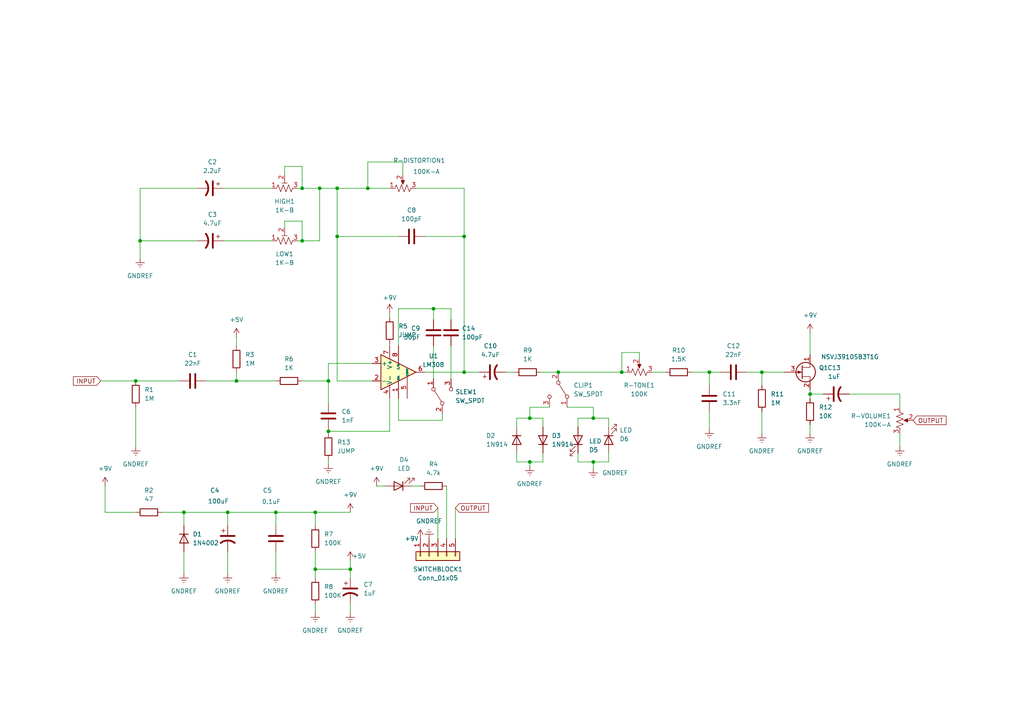
<source format=kicad_sch>
(kicad_sch (version 20211123) (generator eeschema)

  (uuid 5f698b56-319a-4e7a-acc3-9c3c494e9e07)

  (paper "A4")

  (lib_symbols
    (symbol "+9V_1" (power) (pin_names (offset 0)) (in_bom yes) (on_board yes)
      (property "Reference" "#PWR" (id 0) (at 0 -3.81 0)
        (effects (font (size 1.27 1.27)) hide)
      )
      (property "Value" "+9V_1" (id 1) (at 0 3.556 0)
        (effects (font (size 1.27 1.27)))
      )
      (property "Footprint" "" (id 2) (at 0 0 0)
        (effects (font (size 1.27 1.27)) hide)
      )
      (property "Datasheet" "" (id 3) (at 0 0 0)
        (effects (font (size 1.27 1.27)) hide)
      )
      (property "ki_keywords" "global power" (id 4) (at 0 0 0)
        (effects (font (size 1.27 1.27)) hide)
      )
      (property "ki_description" "Power symbol creates a global label with name \"+9V\"" (id 5) (at 0 0 0)
        (effects (font (size 1.27 1.27)) hide)
      )
      (symbol "+9V_1_0_1"
        (polyline
          (pts
            (xy -0.762 1.27)
            (xy 0 2.54)
          )
          (stroke (width 0) (type default) (color 0 0 0 0))
          (fill (type none))
        )
        (polyline
          (pts
            (xy 0 0)
            (xy 0 2.54)
          )
          (stroke (width 0) (type default) (color 0 0 0 0))
          (fill (type none))
        )
        (polyline
          (pts
            (xy 0 2.54)
            (xy 0.762 1.27)
          )
          (stroke (width 0) (type default) (color 0 0 0 0))
          (fill (type none))
        )
      )
      (symbol "+9V_1_1_1"
        (pin power_in line (at 0 0 90) (length 0) hide
          (name "+9V" (effects (font (size 1.27 1.27))))
          (number "1" (effects (font (size 1.27 1.27))))
        )
      )
    )
    (symbol "Amplifier_Operational:LM301" (pin_names (offset 0.127)) (in_bom yes) (on_board yes)
      (property "Reference" "U" (id 0) (at 1.27 6.35 0)
        (effects (font (size 1.27 1.27)) (justify left))
      )
      (property "Value" "LM301" (id 1) (at 1.27 3.81 0)
        (effects (font (size 1.27 1.27)) (justify left))
      )
      (property "Footprint" "" (id 2) (at 1.27 1.27 0)
        (effects (font (size 1.27 1.27)) hide)
      )
      (property "Datasheet" "http://www.ti.com/lit/ds/symlink/lm101a-n.pdf" (id 3) (at 1.27 3.81 0)
        (effects (font (size 1.27 1.27)) hide)
      )
      (property "ki_keywords" "single opamp" (id 4) (at 0 0 0)
        (effects (font (size 1.27 1.27)) hide)
      )
      (property "ki_description" "Operational Amplifier, DIP-8/TO-99-8" (id 5) (at 0 0 0)
        (effects (font (size 1.27 1.27)) hide)
      )
      (property "ki_fp_filters" "DIP*W7.62mm* SOIC*3.9x4.9mm*P1.27mm* TO?5*" (id 6) (at 0 0 0)
        (effects (font (size 1.27 1.27)) hide)
      )
      (symbol "LM301_0_1"
        (polyline
          (pts
            (xy -5.08 5.08)
            (xy 5.08 0)
            (xy -5.08 -5.08)
            (xy -5.08 5.08)
          )
          (stroke (width 0.254) (type default) (color 0 0 0 0))
          (fill (type background))
        )
      )
      (symbol "LM301_1_1"
        (pin input line (at 0 -7.62 90) (length 5.08)
          (name "BAL" (effects (font (size 0.508 0.508))))
          (number "1" (effects (font (size 1.27 1.27))))
        )
        (pin input line (at -7.62 -2.54 0) (length 2.54)
          (name "-" (effects (font (size 1.27 1.27))))
          (number "2" (effects (font (size 1.27 1.27))))
        )
        (pin input line (at -7.62 2.54 0) (length 2.54)
          (name "+" (effects (font (size 1.27 1.27))))
          (number "3" (effects (font (size 1.27 1.27))))
        )
        (pin power_in line (at -2.54 -7.62 90) (length 3.81)
          (name "V-" (effects (font (size 1.27 1.27))))
          (number "4" (effects (font (size 1.27 1.27))))
        )
        (pin input line (at 2.54 -7.62 90) (length 6.35)
          (name "COMP" (effects (font (size 0.508 0.508))))
          (number "5" (effects (font (size 1.27 1.27))))
        )
        (pin output line (at 7.62 0 180) (length 2.54)
          (name "~" (effects (font (size 1.27 1.27))))
          (number "6" (effects (font (size 1.27 1.27))))
        )
        (pin power_in line (at -2.54 7.62 270) (length 3.81)
          (name "V+" (effects (font (size 1.27 1.27))))
          (number "7" (effects (font (size 1.27 1.27))))
        )
        (pin input line (at 0 7.62 270) (length 5.08)
          (name "C/B" (effects (font (size 0.508 0.508))))
          (number "8" (effects (font (size 1.27 1.27))))
        )
      )
    )
    (symbol "Connector_Generic:Conn_01x05" (pin_names (offset 1.016) hide) (in_bom yes) (on_board yes)
      (property "Reference" "J" (id 0) (at 0 7.62 0)
        (effects (font (size 1.27 1.27)))
      )
      (property "Value" "Conn_01x05" (id 1) (at 0 -7.62 0)
        (effects (font (size 1.27 1.27)))
      )
      (property "Footprint" "" (id 2) (at 0 0 0)
        (effects (font (size 1.27 1.27)) hide)
      )
      (property "Datasheet" "~" (id 3) (at 0 0 0)
        (effects (font (size 1.27 1.27)) hide)
      )
      (property "ki_keywords" "connector" (id 4) (at 0 0 0)
        (effects (font (size 1.27 1.27)) hide)
      )
      (property "ki_description" "Generic connector, single row, 01x05, script generated (kicad-library-utils/schlib/autogen/connector/)" (id 5) (at 0 0 0)
        (effects (font (size 1.27 1.27)) hide)
      )
      (property "ki_fp_filters" "Connector*:*_1x??_*" (id 6) (at 0 0 0)
        (effects (font (size 1.27 1.27)) hide)
      )
      (symbol "Conn_01x05_1_1"
        (rectangle (start -1.27 -4.953) (end 0 -5.207)
          (stroke (width 0.1524) (type default) (color 0 0 0 0))
          (fill (type none))
        )
        (rectangle (start -1.27 -2.413) (end 0 -2.667)
          (stroke (width 0.1524) (type default) (color 0 0 0 0))
          (fill (type none))
        )
        (rectangle (start -1.27 0.127) (end 0 -0.127)
          (stroke (width 0.1524) (type default) (color 0 0 0 0))
          (fill (type none))
        )
        (rectangle (start -1.27 2.667) (end 0 2.413)
          (stroke (width 0.1524) (type default) (color 0 0 0 0))
          (fill (type none))
        )
        (rectangle (start -1.27 5.207) (end 0 4.953)
          (stroke (width 0.1524) (type default) (color 0 0 0 0))
          (fill (type none))
        )
        (rectangle (start -1.27 6.35) (end 1.27 -6.35)
          (stroke (width 0.254) (type default) (color 0 0 0 0))
          (fill (type background))
        )
        (pin passive line (at -5.08 5.08 0) (length 3.81)
          (name "Pin_1" (effects (font (size 1.27 1.27))))
          (number "1" (effects (font (size 1.27 1.27))))
        )
        (pin passive line (at -5.08 2.54 0) (length 3.81)
          (name "Pin_2" (effects (font (size 1.27 1.27))))
          (number "2" (effects (font (size 1.27 1.27))))
        )
        (pin passive line (at -5.08 0 0) (length 3.81)
          (name "Pin_3" (effects (font (size 1.27 1.27))))
          (number "3" (effects (font (size 1.27 1.27))))
        )
        (pin passive line (at -5.08 -2.54 0) (length 3.81)
          (name "Pin_4" (effects (font (size 1.27 1.27))))
          (number "4" (effects (font (size 1.27 1.27))))
        )
        (pin passive line (at -5.08 -5.08 0) (length 3.81)
          (name "Pin_5" (effects (font (size 1.27 1.27))))
          (number "5" (effects (font (size 1.27 1.27))))
        )
      )
    )
    (symbol "Device:C" (pin_numbers hide) (pin_names (offset 0.254)) (in_bom yes) (on_board yes)
      (property "Reference" "C" (id 0) (at 0.635 2.54 0)
        (effects (font (size 1.27 1.27)) (justify left))
      )
      (property "Value" "C" (id 1) (at 0.635 -2.54 0)
        (effects (font (size 1.27 1.27)) (justify left))
      )
      (property "Footprint" "" (id 2) (at 0.9652 -3.81 0)
        (effects (font (size 1.27 1.27)) hide)
      )
      (property "Datasheet" "~" (id 3) (at 0 0 0)
        (effects (font (size 1.27 1.27)) hide)
      )
      (property "ki_keywords" "cap capacitor" (id 4) (at 0 0 0)
        (effects (font (size 1.27 1.27)) hide)
      )
      (property "ki_description" "Unpolarized capacitor" (id 5) (at 0 0 0)
        (effects (font (size 1.27 1.27)) hide)
      )
      (property "ki_fp_filters" "C_*" (id 6) (at 0 0 0)
        (effects (font (size 1.27 1.27)) hide)
      )
      (symbol "C_0_1"
        (polyline
          (pts
            (xy -2.032 -0.762)
            (xy 2.032 -0.762)
          )
          (stroke (width 0.508) (type default) (color 0 0 0 0))
          (fill (type none))
        )
        (polyline
          (pts
            (xy -2.032 0.762)
            (xy 2.032 0.762)
          )
          (stroke (width 0.508) (type default) (color 0 0 0 0))
          (fill (type none))
        )
      )
      (symbol "C_1_1"
        (pin passive line (at 0 3.81 270) (length 2.794)
          (name "~" (effects (font (size 1.27 1.27))))
          (number "1" (effects (font (size 1.27 1.27))))
        )
        (pin passive line (at 0 -3.81 90) (length 2.794)
          (name "~" (effects (font (size 1.27 1.27))))
          (number "2" (effects (font (size 1.27 1.27))))
        )
      )
    )
    (symbol "Device:C_Polarized_US" (pin_numbers hide) (pin_names (offset 0.254) hide) (in_bom yes) (on_board yes)
      (property "Reference" "C" (id 0) (at 0.635 2.54 0)
        (effects (font (size 1.27 1.27)) (justify left))
      )
      (property "Value" "C_Polarized_US" (id 1) (at 0.635 -2.54 0)
        (effects (font (size 1.27 1.27)) (justify left))
      )
      (property "Footprint" "" (id 2) (at 0 0 0)
        (effects (font (size 1.27 1.27)) hide)
      )
      (property "Datasheet" "~" (id 3) (at 0 0 0)
        (effects (font (size 1.27 1.27)) hide)
      )
      (property "ki_keywords" "cap capacitor" (id 4) (at 0 0 0)
        (effects (font (size 1.27 1.27)) hide)
      )
      (property "ki_description" "Polarized capacitor, US symbol" (id 5) (at 0 0 0)
        (effects (font (size 1.27 1.27)) hide)
      )
      (property "ki_fp_filters" "CP_*" (id 6) (at 0 0 0)
        (effects (font (size 1.27 1.27)) hide)
      )
      (symbol "C_Polarized_US_0_1"
        (polyline
          (pts
            (xy -2.032 0.762)
            (xy 2.032 0.762)
          )
          (stroke (width 0.508) (type default) (color 0 0 0 0))
          (fill (type none))
        )
        (polyline
          (pts
            (xy -1.778 2.286)
            (xy -0.762 2.286)
          )
          (stroke (width 0) (type default) (color 0 0 0 0))
          (fill (type none))
        )
        (polyline
          (pts
            (xy -1.27 1.778)
            (xy -1.27 2.794)
          )
          (stroke (width 0) (type default) (color 0 0 0 0))
          (fill (type none))
        )
        (arc (start 2.032 -1.27) (mid 0 -0.5572) (end -2.032 -1.27)
          (stroke (width 0.508) (type default) (color 0 0 0 0))
          (fill (type none))
        )
      )
      (symbol "C_Polarized_US_1_1"
        (pin passive line (at 0 3.81 270) (length 2.794)
          (name "~" (effects (font (size 1.27 1.27))))
          (number "1" (effects (font (size 1.27 1.27))))
        )
        (pin passive line (at 0 -3.81 90) (length 3.302)
          (name "~" (effects (font (size 1.27 1.27))))
          (number "2" (effects (font (size 1.27 1.27))))
        )
      )
    )
    (symbol "Device:D" (pin_numbers hide) (pin_names (offset 1.016) hide) (in_bom yes) (on_board yes)
      (property "Reference" "D" (id 0) (at 0 2.54 0)
        (effects (font (size 1.27 1.27)))
      )
      (property "Value" "D" (id 1) (at 0 -2.54 0)
        (effects (font (size 1.27 1.27)))
      )
      (property "Footprint" "" (id 2) (at 0 0 0)
        (effects (font (size 1.27 1.27)) hide)
      )
      (property "Datasheet" "~" (id 3) (at 0 0 0)
        (effects (font (size 1.27 1.27)) hide)
      )
      (property "ki_keywords" "diode" (id 4) (at 0 0 0)
        (effects (font (size 1.27 1.27)) hide)
      )
      (property "ki_description" "Diode" (id 5) (at 0 0 0)
        (effects (font (size 1.27 1.27)) hide)
      )
      (property "ki_fp_filters" "TO-???* *_Diode_* *SingleDiode* D_*" (id 6) (at 0 0 0)
        (effects (font (size 1.27 1.27)) hide)
      )
      (symbol "D_0_1"
        (polyline
          (pts
            (xy -1.27 1.27)
            (xy -1.27 -1.27)
          )
          (stroke (width 0.254) (type default) (color 0 0 0 0))
          (fill (type none))
        )
        (polyline
          (pts
            (xy 1.27 0)
            (xy -1.27 0)
          )
          (stroke (width 0) (type default) (color 0 0 0 0))
          (fill (type none))
        )
        (polyline
          (pts
            (xy 1.27 1.27)
            (xy 1.27 -1.27)
            (xy -1.27 0)
            (xy 1.27 1.27)
          )
          (stroke (width 0.254) (type default) (color 0 0 0 0))
          (fill (type none))
        )
      )
      (symbol "D_1_1"
        (pin passive line (at -3.81 0 0) (length 2.54)
          (name "K" (effects (font (size 1.27 1.27))))
          (number "1" (effects (font (size 1.27 1.27))))
        )
        (pin passive line (at 3.81 0 180) (length 2.54)
          (name "A" (effects (font (size 1.27 1.27))))
          (number "2" (effects (font (size 1.27 1.27))))
        )
      )
    )
    (symbol "Device:LED" (pin_numbers hide) (pin_names (offset 1.016) hide) (in_bom yes) (on_board yes)
      (property "Reference" "D" (id 0) (at 0 2.54 0)
        (effects (font (size 1.27 1.27)))
      )
      (property "Value" "LED" (id 1) (at 0 -2.54 0)
        (effects (font (size 1.27 1.27)))
      )
      (property "Footprint" "" (id 2) (at 0 0 0)
        (effects (font (size 1.27 1.27)) hide)
      )
      (property "Datasheet" "~" (id 3) (at 0 0 0)
        (effects (font (size 1.27 1.27)) hide)
      )
      (property "ki_keywords" "LED diode" (id 4) (at 0 0 0)
        (effects (font (size 1.27 1.27)) hide)
      )
      (property "ki_description" "Light emitting diode" (id 5) (at 0 0 0)
        (effects (font (size 1.27 1.27)) hide)
      )
      (property "ki_fp_filters" "LED* LED_SMD:* LED_THT:*" (id 6) (at 0 0 0)
        (effects (font (size 1.27 1.27)) hide)
      )
      (symbol "LED_0_1"
        (polyline
          (pts
            (xy -1.27 -1.27)
            (xy -1.27 1.27)
          )
          (stroke (width 0.254) (type default) (color 0 0 0 0))
          (fill (type none))
        )
        (polyline
          (pts
            (xy -1.27 0)
            (xy 1.27 0)
          )
          (stroke (width 0) (type default) (color 0 0 0 0))
          (fill (type none))
        )
        (polyline
          (pts
            (xy 1.27 -1.27)
            (xy 1.27 1.27)
            (xy -1.27 0)
            (xy 1.27 -1.27)
          )
          (stroke (width 0.254) (type default) (color 0 0 0 0))
          (fill (type none))
        )
        (polyline
          (pts
            (xy -3.048 -0.762)
            (xy -4.572 -2.286)
            (xy -3.81 -2.286)
            (xy -4.572 -2.286)
            (xy -4.572 -1.524)
          )
          (stroke (width 0) (type default) (color 0 0 0 0))
          (fill (type none))
        )
        (polyline
          (pts
            (xy -1.778 -0.762)
            (xy -3.302 -2.286)
            (xy -2.54 -2.286)
            (xy -3.302 -2.286)
            (xy -3.302 -1.524)
          )
          (stroke (width 0) (type default) (color 0 0 0 0))
          (fill (type none))
        )
      )
      (symbol "LED_1_1"
        (pin passive line (at -3.81 0 0) (length 2.54)
          (name "K" (effects (font (size 1.27 1.27))))
          (number "1" (effects (font (size 1.27 1.27))))
        )
        (pin passive line (at 3.81 0 180) (length 2.54)
          (name "A" (effects (font (size 1.27 1.27))))
          (number "2" (effects (font (size 1.27 1.27))))
        )
      )
    )
    (symbol "Device:Q_NJFET_DSG" (pin_names (offset 0) hide) (in_bom yes) (on_board yes)
      (property "Reference" "Q" (id 0) (at 5.08 1.27 0)
        (effects (font (size 1.27 1.27)) (justify left))
      )
      (property "Value" "Q_NJFET_DSG" (id 1) (at 5.08 -1.27 0)
        (effects (font (size 1.27 1.27)) (justify left))
      )
      (property "Footprint" "" (id 2) (at 5.08 2.54 0)
        (effects (font (size 1.27 1.27)) hide)
      )
      (property "Datasheet" "~" (id 3) (at 0 0 0)
        (effects (font (size 1.27 1.27)) hide)
      )
      (property "ki_keywords" "transistor NJFET N-JFET" (id 4) (at 0 0 0)
        (effects (font (size 1.27 1.27)) hide)
      )
      (property "ki_description" "N-JFET transistor, drain/source/gate" (id 5) (at 0 0 0)
        (effects (font (size 1.27 1.27)) hide)
      )
      (symbol "Q_NJFET_DSG_0_1"
        (polyline
          (pts
            (xy 0.254 1.905)
            (xy 0.254 -1.905)
            (xy 0.254 -1.905)
          )
          (stroke (width 0.254) (type default) (color 0 0 0 0))
          (fill (type none))
        )
        (polyline
          (pts
            (xy 2.54 -2.54)
            (xy 2.54 -1.27)
            (xy 0.254 -1.27)
          )
          (stroke (width 0) (type default) (color 0 0 0 0))
          (fill (type none))
        )
        (polyline
          (pts
            (xy 2.54 2.54)
            (xy 2.54 1.397)
            (xy 0.254 1.397)
          )
          (stroke (width 0) (type default) (color 0 0 0 0))
          (fill (type none))
        )
        (polyline
          (pts
            (xy 0 0)
            (xy -1.016 0.381)
            (xy -1.016 -0.381)
            (xy 0 0)
          )
          (stroke (width 0) (type default) (color 0 0 0 0))
          (fill (type outline))
        )
        (circle (center 1.27 0) (radius 2.8194)
          (stroke (width 0.254) (type default) (color 0 0 0 0))
          (fill (type none))
        )
      )
      (symbol "Q_NJFET_DSG_1_1"
        (pin passive line (at 2.54 5.08 270) (length 2.54)
          (name "D" (effects (font (size 1.27 1.27))))
          (number "1" (effects (font (size 1.27 1.27))))
        )
        (pin passive line (at 2.54 -5.08 90) (length 2.54)
          (name "S" (effects (font (size 1.27 1.27))))
          (number "2" (effects (font (size 1.27 1.27))))
        )
        (pin input line (at -5.08 0 0) (length 5.334)
          (name "G" (effects (font (size 1.27 1.27))))
          (number "3" (effects (font (size 1.27 1.27))))
        )
      )
    )
    (symbol "Device:R" (pin_numbers hide) (pin_names (offset 0)) (in_bom yes) (on_board yes)
      (property "Reference" "R" (id 0) (at 2.032 0 90)
        (effects (font (size 1.27 1.27)))
      )
      (property "Value" "R" (id 1) (at 0 0 90)
        (effects (font (size 1.27 1.27)))
      )
      (property "Footprint" "" (id 2) (at -1.778 0 90)
        (effects (font (size 1.27 1.27)) hide)
      )
      (property "Datasheet" "~" (id 3) (at 0 0 0)
        (effects (font (size 1.27 1.27)) hide)
      )
      (property "ki_keywords" "R res resistor" (id 4) (at 0 0 0)
        (effects (font (size 1.27 1.27)) hide)
      )
      (property "ki_description" "Resistor" (id 5) (at 0 0 0)
        (effects (font (size 1.27 1.27)) hide)
      )
      (property "ki_fp_filters" "R_*" (id 6) (at 0 0 0)
        (effects (font (size 1.27 1.27)) hide)
      )
      (symbol "R_0_1"
        (rectangle (start -1.016 -2.54) (end 1.016 2.54)
          (stroke (width 0.254) (type default) (color 0 0 0 0))
          (fill (type none))
        )
      )
      (symbol "R_1_1"
        (pin passive line (at 0 3.81 270) (length 1.27)
          (name "~" (effects (font (size 1.27 1.27))))
          (number "1" (effects (font (size 1.27 1.27))))
        )
        (pin passive line (at 0 -3.81 90) (length 1.27)
          (name "~" (effects (font (size 1.27 1.27))))
          (number "2" (effects (font (size 1.27 1.27))))
        )
      )
    )
    (symbol "Device:R_Potentiometer_Trim_US" (pin_names (offset 1.016) hide) (in_bom yes) (on_board yes)
      (property "Reference" "RV" (id 0) (at -4.445 0 90)
        (effects (font (size 1.27 1.27)))
      )
      (property "Value" "R_Potentiometer_Trim_US" (id 1) (at -2.54 0 90)
        (effects (font (size 1.27 1.27)))
      )
      (property "Footprint" "" (id 2) (at 0 0 0)
        (effects (font (size 1.27 1.27)) hide)
      )
      (property "Datasheet" "~" (id 3) (at 0 0 0)
        (effects (font (size 1.27 1.27)) hide)
      )
      (property "ki_keywords" "resistor variable trimpot trimmer" (id 4) (at 0 0 0)
        (effects (font (size 1.27 1.27)) hide)
      )
      (property "ki_description" "Trim-potentiometer, US symbol" (id 5) (at 0 0 0)
        (effects (font (size 1.27 1.27)) hide)
      )
      (property "ki_fp_filters" "Potentiometer*" (id 6) (at 0 0 0)
        (effects (font (size 1.27 1.27)) hide)
      )
      (symbol "R_Potentiometer_Trim_US_0_1"
        (polyline
          (pts
            (xy 0 -2.286)
            (xy 0 -2.54)
          )
          (stroke (width 0) (type default) (color 0 0 0 0))
          (fill (type none))
        )
        (polyline
          (pts
            (xy 0 2.286)
            (xy 0 2.54)
          )
          (stroke (width 0) (type default) (color 0 0 0 0))
          (fill (type none))
        )
        (polyline
          (pts
            (xy 1.524 0.762)
            (xy 1.524 -0.762)
          )
          (stroke (width 0) (type default) (color 0 0 0 0))
          (fill (type none))
        )
        (polyline
          (pts
            (xy 2.54 0)
            (xy 1.524 0)
          )
          (stroke (width 0) (type default) (color 0 0 0 0))
          (fill (type none))
        )
        (polyline
          (pts
            (xy 0 -0.762)
            (xy 1.016 -1.143)
            (xy 0 -1.524)
            (xy -1.016 -1.905)
            (xy 0 -2.286)
          )
          (stroke (width 0) (type default) (color 0 0 0 0))
          (fill (type none))
        )
        (polyline
          (pts
            (xy 0 0.762)
            (xy 1.016 0.381)
            (xy 0 0)
            (xy -1.016 -0.381)
            (xy 0 -0.762)
          )
          (stroke (width 0) (type default) (color 0 0 0 0))
          (fill (type none))
        )
        (polyline
          (pts
            (xy 0 2.286)
            (xy 1.016 1.905)
            (xy 0 1.524)
            (xy -1.016 1.143)
            (xy 0 0.762)
          )
          (stroke (width 0) (type default) (color 0 0 0 0))
          (fill (type none))
        )
      )
      (symbol "R_Potentiometer_Trim_US_1_1"
        (pin passive line (at 0 3.81 270) (length 1.27)
          (name "1" (effects (font (size 1.27 1.27))))
          (number "1" (effects (font (size 1.27 1.27))))
        )
        (pin passive line (at 3.81 0 180) (length 1.27)
          (name "2" (effects (font (size 1.27 1.27))))
          (number "2" (effects (font (size 1.27 1.27))))
        )
        (pin passive line (at 0 -3.81 90) (length 1.27)
          (name "3" (effects (font (size 1.27 1.27))))
          (number "3" (effects (font (size 1.27 1.27))))
        )
      )
    )
    (symbol "Device:R_Potentiometer_US" (pin_names (offset 1.016) hide) (in_bom yes) (on_board yes)
      (property "Reference" "RV" (id 0) (at -4.445 0 90)
        (effects (font (size 1.27 1.27)))
      )
      (property "Value" "R_Potentiometer_US" (id 1) (at -2.54 0 90)
        (effects (font (size 1.27 1.27)))
      )
      (property "Footprint" "" (id 2) (at 0 0 0)
        (effects (font (size 1.27 1.27)) hide)
      )
      (property "Datasheet" "~" (id 3) (at 0 0 0)
        (effects (font (size 1.27 1.27)) hide)
      )
      (property "ki_keywords" "resistor variable" (id 4) (at 0 0 0)
        (effects (font (size 1.27 1.27)) hide)
      )
      (property "ki_description" "Potentiometer, US symbol" (id 5) (at 0 0 0)
        (effects (font (size 1.27 1.27)) hide)
      )
      (property "ki_fp_filters" "Potentiometer*" (id 6) (at 0 0 0)
        (effects (font (size 1.27 1.27)) hide)
      )
      (symbol "R_Potentiometer_US_0_1"
        (polyline
          (pts
            (xy 0 -2.286)
            (xy 0 -2.54)
          )
          (stroke (width 0) (type default) (color 0 0 0 0))
          (fill (type none))
        )
        (polyline
          (pts
            (xy 0 2.54)
            (xy 0 2.286)
          )
          (stroke (width 0) (type default) (color 0 0 0 0))
          (fill (type none))
        )
        (polyline
          (pts
            (xy 2.54 0)
            (xy 1.524 0)
          )
          (stroke (width 0) (type default) (color 0 0 0 0))
          (fill (type none))
        )
        (polyline
          (pts
            (xy 1.143 0)
            (xy 2.286 0.508)
            (xy 2.286 -0.508)
            (xy 1.143 0)
          )
          (stroke (width 0) (type default) (color 0 0 0 0))
          (fill (type outline))
        )
        (polyline
          (pts
            (xy 0 -0.762)
            (xy 1.016 -1.143)
            (xy 0 -1.524)
            (xy -1.016 -1.905)
            (xy 0 -2.286)
          )
          (stroke (width 0) (type default) (color 0 0 0 0))
          (fill (type none))
        )
        (polyline
          (pts
            (xy 0 0.762)
            (xy 1.016 0.381)
            (xy 0 0)
            (xy -1.016 -0.381)
            (xy 0 -0.762)
          )
          (stroke (width 0) (type default) (color 0 0 0 0))
          (fill (type none))
        )
        (polyline
          (pts
            (xy 0 2.286)
            (xy 1.016 1.905)
            (xy 0 1.524)
            (xy -1.016 1.143)
            (xy 0 0.762)
          )
          (stroke (width 0) (type default) (color 0 0 0 0))
          (fill (type none))
        )
      )
      (symbol "R_Potentiometer_US_1_1"
        (pin passive line (at 0 3.81 270) (length 1.27)
          (name "1" (effects (font (size 1.27 1.27))))
          (number "1" (effects (font (size 1.27 1.27))))
        )
        (pin passive line (at 3.81 0 180) (length 1.27)
          (name "2" (effects (font (size 1.27 1.27))))
          (number "2" (effects (font (size 1.27 1.27))))
        )
        (pin passive line (at 0 -3.81 90) (length 1.27)
          (name "3" (effects (font (size 1.27 1.27))))
          (number "3" (effects (font (size 1.27 1.27))))
        )
      )
    )
    (symbol "GNDREF_1" (power) (pin_names (offset 0)) (in_bom yes) (on_board yes)
      (property "Reference" "#PWR" (id 0) (at 0 -6.35 0)
        (effects (font (size 1.27 1.27)) hide)
      )
      (property "Value" "GNDREF_1" (id 1) (at 0 -3.81 0)
        (effects (font (size 1.27 1.27)))
      )
      (property "Footprint" "" (id 2) (at 0 0 0)
        (effects (font (size 1.27 1.27)) hide)
      )
      (property "Datasheet" "" (id 3) (at 0 0 0)
        (effects (font (size 1.27 1.27)) hide)
      )
      (property "ki_keywords" "global power" (id 4) (at 0 0 0)
        (effects (font (size 1.27 1.27)) hide)
      )
      (property "ki_description" "Power symbol creates a global label with name \"GNDREF\" , reference supply ground" (id 5) (at 0 0 0)
        (effects (font (size 1.27 1.27)) hide)
      )
      (symbol "GNDREF_1_0_1"
        (polyline
          (pts
            (xy -0.635 -1.905)
            (xy 0.635 -1.905)
          )
          (stroke (width 0) (type default) (color 0 0 0 0))
          (fill (type none))
        )
        (polyline
          (pts
            (xy -0.127 -2.54)
            (xy 0.127 -2.54)
          )
          (stroke (width 0) (type default) (color 0 0 0 0))
          (fill (type none))
        )
        (polyline
          (pts
            (xy 0 -1.27)
            (xy 0 0)
          )
          (stroke (width 0) (type default) (color 0 0 0 0))
          (fill (type none))
        )
        (polyline
          (pts
            (xy 1.27 -1.27)
            (xy -1.27 -1.27)
          )
          (stroke (width 0) (type default) (color 0 0 0 0))
          (fill (type none))
        )
      )
      (symbol "GNDREF_1_1_1"
        (pin power_in line (at 0 0 270) (length 0) hide
          (name "GNDREF" (effects (font (size 1.27 1.27))))
          (number "1" (effects (font (size 1.27 1.27))))
        )
      )
    )
    (symbol "Switch:SW_SPDT" (pin_names (offset 0) hide) (in_bom yes) (on_board yes)
      (property "Reference" "SW" (id 0) (at 0 4.318 0)
        (effects (font (size 1.27 1.27)))
      )
      (property "Value" "SW_SPDT" (id 1) (at 0 -5.08 0)
        (effects (font (size 1.27 1.27)))
      )
      (property "Footprint" "" (id 2) (at 0 0 0)
        (effects (font (size 1.27 1.27)) hide)
      )
      (property "Datasheet" "~" (id 3) (at 0 0 0)
        (effects (font (size 1.27 1.27)) hide)
      )
      (property "ki_keywords" "switch single-pole double-throw spdt ON-ON" (id 4) (at 0 0 0)
        (effects (font (size 1.27 1.27)) hide)
      )
      (property "ki_description" "Switch, single pole double throw" (id 5) (at 0 0 0)
        (effects (font (size 1.27 1.27)) hide)
      )
      (symbol "SW_SPDT_0_0"
        (circle (center -2.032 0) (radius 0.508)
          (stroke (width 0) (type default) (color 0 0 0 0))
          (fill (type none))
        )
        (circle (center 2.032 -2.54) (radius 0.508)
          (stroke (width 0) (type default) (color 0 0 0 0))
          (fill (type none))
        )
      )
      (symbol "SW_SPDT_0_1"
        (polyline
          (pts
            (xy -1.524 0.254)
            (xy 1.651 2.286)
          )
          (stroke (width 0) (type default) (color 0 0 0 0))
          (fill (type none))
        )
        (circle (center 2.032 2.54) (radius 0.508)
          (stroke (width 0) (type default) (color 0 0 0 0))
          (fill (type none))
        )
      )
      (symbol "SW_SPDT_1_1"
        (pin passive line (at 5.08 2.54 180) (length 2.54)
          (name "A" (effects (font (size 1.27 1.27))))
          (number "1" (effects (font (size 1.27 1.27))))
        )
        (pin passive line (at -5.08 0 0) (length 2.54)
          (name "B" (effects (font (size 1.27 1.27))))
          (number "2" (effects (font (size 1.27 1.27))))
        )
        (pin passive line (at 5.08 -2.54 180) (length 2.54)
          (name "C" (effects (font (size 1.27 1.27))))
          (number "3" (effects (font (size 1.27 1.27))))
        )
      )
    )
    (symbol "power:+5V" (power) (pin_names (offset 0)) (in_bom yes) (on_board yes)
      (property "Reference" "#PWR" (id 0) (at 0 -3.81 0)
        (effects (font (size 1.27 1.27)) hide)
      )
      (property "Value" "+5V" (id 1) (at 0 3.556 0)
        (effects (font (size 1.27 1.27)))
      )
      (property "Footprint" "" (id 2) (at 0 0 0)
        (effects (font (size 1.27 1.27)) hide)
      )
      (property "Datasheet" "" (id 3) (at 0 0 0)
        (effects (font (size 1.27 1.27)) hide)
      )
      (property "ki_keywords" "power-flag" (id 4) (at 0 0 0)
        (effects (font (size 1.27 1.27)) hide)
      )
      (property "ki_description" "Power symbol creates a global label with name \"+5V\"" (id 5) (at 0 0 0)
        (effects (font (size 1.27 1.27)) hide)
      )
      (symbol "+5V_0_1"
        (polyline
          (pts
            (xy -0.762 1.27)
            (xy 0 2.54)
          )
          (stroke (width 0) (type default) (color 0 0 0 0))
          (fill (type none))
        )
        (polyline
          (pts
            (xy 0 0)
            (xy 0 2.54)
          )
          (stroke (width 0) (type default) (color 0 0 0 0))
          (fill (type none))
        )
        (polyline
          (pts
            (xy 0 2.54)
            (xy 0.762 1.27)
          )
          (stroke (width 0) (type default) (color 0 0 0 0))
          (fill (type none))
        )
      )
      (symbol "+5V_1_1"
        (pin power_in line (at 0 0 90) (length 0) hide
          (name "+5V" (effects (font (size 1.27 1.27))))
          (number "1" (effects (font (size 1.27 1.27))))
        )
      )
    )
    (symbol "power:+9V" (power) (pin_names (offset 0)) (in_bom yes) (on_board yes)
      (property "Reference" "#PWR" (id 0) (at 0 -3.81 0)
        (effects (font (size 1.27 1.27)) hide)
      )
      (property "Value" "+9V" (id 1) (at 0 3.556 0)
        (effects (font (size 1.27 1.27)))
      )
      (property "Footprint" "" (id 2) (at 0 0 0)
        (effects (font (size 1.27 1.27)) hide)
      )
      (property "Datasheet" "" (id 3) (at 0 0 0)
        (effects (font (size 1.27 1.27)) hide)
      )
      (property "ki_keywords" "power-flag" (id 4) (at 0 0 0)
        (effects (font (size 1.27 1.27)) hide)
      )
      (property "ki_description" "Power symbol creates a global label with name \"+9V\"" (id 5) (at 0 0 0)
        (effects (font (size 1.27 1.27)) hide)
      )
      (symbol "+9V_0_1"
        (polyline
          (pts
            (xy -0.762 1.27)
            (xy 0 2.54)
          )
          (stroke (width 0) (type default) (color 0 0 0 0))
          (fill (type none))
        )
        (polyline
          (pts
            (xy 0 0)
            (xy 0 2.54)
          )
          (stroke (width 0) (type default) (color 0 0 0 0))
          (fill (type none))
        )
        (polyline
          (pts
            (xy 0 2.54)
            (xy 0.762 1.27)
          )
          (stroke (width 0) (type default) (color 0 0 0 0))
          (fill (type none))
        )
      )
      (symbol "+9V_1_1"
        (pin power_in line (at 0 0 90) (length 0) hide
          (name "+9V" (effects (font (size 1.27 1.27))))
          (number "1" (effects (font (size 1.27 1.27))))
        )
      )
    )
    (symbol "power:GNDREF" (power) (pin_names (offset 0)) (in_bom yes) (on_board yes)
      (property "Reference" "#PWR" (id 0) (at 0 -6.35 0)
        (effects (font (size 1.27 1.27)) hide)
      )
      (property "Value" "GNDREF" (id 1) (at 0 -3.81 0)
        (effects (font (size 1.27 1.27)))
      )
      (property "Footprint" "" (id 2) (at 0 0 0)
        (effects (font (size 1.27 1.27)) hide)
      )
      (property "Datasheet" "" (id 3) (at 0 0 0)
        (effects (font (size 1.27 1.27)) hide)
      )
      (property "ki_keywords" "power-flag" (id 4) (at 0 0 0)
        (effects (font (size 1.27 1.27)) hide)
      )
      (property "ki_description" "Power symbol creates a global label with name \"GNDREF\" , reference supply ground" (id 5) (at 0 0 0)
        (effects (font (size 1.27 1.27)) hide)
      )
      (symbol "GNDREF_0_1"
        (polyline
          (pts
            (xy -0.635 -1.905)
            (xy 0.635 -1.905)
          )
          (stroke (width 0) (type default) (color 0 0 0 0))
          (fill (type none))
        )
        (polyline
          (pts
            (xy -0.127 -2.54)
            (xy 0.127 -2.54)
          )
          (stroke (width 0) (type default) (color 0 0 0 0))
          (fill (type none))
        )
        (polyline
          (pts
            (xy 0 -1.27)
            (xy 0 0)
          )
          (stroke (width 0) (type default) (color 0 0 0 0))
          (fill (type none))
        )
        (polyline
          (pts
            (xy 1.27 -1.27)
            (xy -1.27 -1.27)
          )
          (stroke (width 0) (type default) (color 0 0 0 0))
          (fill (type none))
        )
      )
      (symbol "GNDREF_1_1"
        (pin power_in line (at 0 0 270) (length 0) hide
          (name "GNDREF" (effects (font (size 1.27 1.27))))
          (number "1" (effects (font (size 1.27 1.27))))
        )
      )
    )
  )

  (junction (at 80.01 148.59) (diameter 0) (color 0 0 0 0)
    (uuid 039b860c-737f-478b-9f61-57f9f28b79d7)
  )
  (junction (at 87.63 54.61) (diameter 0) (color 0 0 0 0)
    (uuid 0dd8bcc4-d708-4b79-ac46-d6c086607adf)
  )
  (junction (at 87.63 69.85) (diameter 0) (color 0 0 0 0)
    (uuid 13e60c2f-75ac-4ee9-81f6-736c71849827)
  )
  (junction (at 180.34 107.95) (diameter 0) (color 0 0 0 0)
    (uuid 15681f16-11d3-4612-9a29-ff6e17fe44e5)
  )
  (junction (at 134.62 107.95) (diameter 0) (color 0 0 0 0)
    (uuid 18599e99-1f77-4e6c-b7b8-1cd34d1da93f)
  )
  (junction (at 40.64 69.85) (diameter 0) (color 0 0 0 0)
    (uuid 198e97a7-f215-4b73-90b9-eabe48035c1f)
  )
  (junction (at 134.62 68.58) (diameter 0) (color 0 0 0 0)
    (uuid 2638649b-08b2-4183-b8b1-d7ee64ee5d3d)
  )
  (junction (at 39.37 110.49) (diameter 0) (color 0 0 0 0)
    (uuid 269b6a22-b615-418d-9e35-5587b8d6aba9)
  )
  (junction (at 106.68 54.61) (diameter 0) (color 0 0 0 0)
    (uuid 38a14706-f5d2-4fe7-88fb-154dac2db6dd)
  )
  (junction (at 153.67 133.985) (diameter 0) (color 0 0 0 0)
    (uuid 470d615a-4761-46ea-a63a-711e99157fb8)
  )
  (junction (at 66.04 148.59) (diameter 0) (color 0 0 0 0)
    (uuid 5c234919-41ab-45b2-95d5-367694e6abae)
  )
  (junction (at 220.98 107.95) (diameter 0) (color 0 0 0 0)
    (uuid 607e491b-bd20-4048-999c-c96a69ef588d)
  )
  (junction (at 53.34 148.59) (diameter 0) (color 0 0 0 0)
    (uuid 7ed78535-24c3-4bfa-a379-58c45d4497f5)
  )
  (junction (at 91.44 165.1) (diameter 0) (color 0 0 0 0)
    (uuid 8bd20cc6-41f4-4310-9638-e9cafbbbfd3e)
  )
  (junction (at 161.925 107.95) (diameter 0) (color 0 0 0 0)
    (uuid 8d85ac87-0102-4863-a07a-24bdb417f7bd)
  )
  (junction (at 172.085 121.285) (diameter 0) (color 0 0 0 0)
    (uuid 9617a0bb-79a0-4c12-ac1b-1c5a5fd62739)
  )
  (junction (at 97.79 54.61) (diameter 0) (color 0 0 0 0)
    (uuid 9f12ea14-d56f-4f8a-ac07-27fdb560c62c)
  )
  (junction (at 205.74 107.95) (diameter 0) (color 0 0 0 0)
    (uuid 9f855d3f-bda2-4702-aac7-669cfbe22548)
  )
  (junction (at 68.58 110.49) (diameter 0) (color 0 0 0 0)
    (uuid a25deb32-3449-4006-a393-2cb46cdbaae2)
  )
  (junction (at 95.25 110.49) (diameter 0) (color 0 0 0 0)
    (uuid bd7d1550-12f2-4e61-8301-dc127a990905)
  )
  (junction (at 101.6 165.1) (diameter 0) (color 0 0 0 0)
    (uuid bfd857fd-4c0a-47fc-929a-688af7d6b45e)
  )
  (junction (at 153.67 121.285) (diameter 0) (color 0 0 0 0)
    (uuid c2684316-fc37-4132-b970-ba986d43f46e)
  )
  (junction (at 234.95 114.3) (diameter 0) (color 0 0 0 0)
    (uuid c633504a-9cba-45cf-a0cb-ef1c0c664b82)
  )
  (junction (at 91.44 148.59) (diameter 0) (color 0 0 0 0)
    (uuid cc50765d-7e4f-4fa3-8f64-ca5381c18388)
  )
  (junction (at 97.79 68.58) (diameter 0) (color 0 0 0 0)
    (uuid d2214634-01a7-4e8d-8386-215a2193513f)
  )
  (junction (at 172.085 133.985) (diameter 0) (color 0 0 0 0)
    (uuid d430b326-329d-4811-a40e-51469aa83c80)
  )
  (junction (at 92.71 54.61) (diameter 0) (color 0 0 0 0)
    (uuid d9fcfa1b-9e52-4da2-8b53-b08cd86fdd99)
  )
  (junction (at 125.73 89.535) (diameter 0) (color 0 0 0 0)
    (uuid e8fae7be-b22f-4e57-99bd-738b3a6d39e7)
  )
  (junction (at 95.25 125.095) (diameter 0) (color 0 0 0 0)
    (uuid eeca4774-eb1c-496b-a837-55a82e969fa1)
  )

  (wire (pts (xy 95.25 133.35) (xy 95.25 134.62))
    (stroke (width 0) (type default) (color 0 0 0 0))
    (uuid 01445d97-2888-47fe-a216-46a7fc8cd3f1)
  )
  (wire (pts (xy 66.04 160.02) (xy 66.04 166.37))
    (stroke (width 0) (type default) (color 0 0 0 0))
    (uuid 02b13ed8-7eab-4a6f-b984-1a3d1657564b)
  )
  (wire (pts (xy 128.27 120.015) (xy 128.27 121.92))
    (stroke (width 0) (type default) (color 0 0 0 0))
    (uuid 04372d99-d30c-4614-bf34-d5d57f708c03)
  )
  (wire (pts (xy 234.95 114.3) (xy 234.95 115.57))
    (stroke (width 0) (type default) (color 0 0 0 0))
    (uuid 04a7fc06-d743-4683-a285-5ee4eb3cb5a4)
  )
  (wire (pts (xy 120.65 54.61) (xy 134.62 54.61))
    (stroke (width 0) (type default) (color 0 0 0 0))
    (uuid 05bfeeda-1ae3-4f8e-9872-c1c13e5cbd63)
  )
  (wire (pts (xy 180.34 102.235) (xy 180.34 107.95))
    (stroke (width 0) (type default) (color 0 0 0 0))
    (uuid 06fca309-9efe-488e-b84a-c25dc6f24825)
  )
  (wire (pts (xy 119.38 140.97) (xy 121.92 140.97))
    (stroke (width 0) (type default) (color 0 0 0 0))
    (uuid 07e2a7a7-0239-4bba-8e6c-8970ecaf5d33)
  )
  (wire (pts (xy 128.27 121.92) (xy 115.57 121.92))
    (stroke (width 0) (type default) (color 0 0 0 0))
    (uuid 085eef03-e292-4343-a910-2bc7e415b9b8)
  )
  (wire (pts (xy 101.6 162.56) (xy 101.6 165.1))
    (stroke (width 0) (type default) (color 0 0 0 0))
    (uuid 08dd9fe0-9cc8-4c3c-901d-43c178361176)
  )
  (wire (pts (xy 80.01 148.59) (xy 91.44 148.59))
    (stroke (width 0) (type default) (color 0 0 0 0))
    (uuid 0bdd101c-974d-45ff-9964-da50576cc5d2)
  )
  (wire (pts (xy 234.95 123.19) (xy 234.95 125.73))
    (stroke (width 0) (type default) (color 0 0 0 0))
    (uuid 0c35fc4a-1a18-4733-a64f-5a274429cfbb)
  )
  (wire (pts (xy 146.685 107.95) (xy 149.225 107.95))
    (stroke (width 0) (type default) (color 0 0 0 0))
    (uuid 0ff86c6c-b263-4c92-a1f5-f50e5b573b68)
  )
  (wire (pts (xy 161.925 107.95) (xy 180.34 107.95))
    (stroke (width 0) (type default) (color 0 0 0 0))
    (uuid 106de05d-c330-4166-b3b5-4575b7e6d5eb)
  )
  (wire (pts (xy 106.68 46.99) (xy 116.84 46.99))
    (stroke (width 0) (type default) (color 0 0 0 0))
    (uuid 13148b9e-a445-4708-942c-038c9c907433)
  )
  (wire (pts (xy 172.085 118.11) (xy 172.085 121.285))
    (stroke (width 0) (type default) (color 0 0 0 0))
    (uuid 15e9bd8c-873d-49ac-b5e1-b0973c8cb3d0)
  )
  (wire (pts (xy 59.69 110.49) (xy 68.58 110.49))
    (stroke (width 0) (type default) (color 0 0 0 0))
    (uuid 191a164f-e07f-43e1-bc93-87f597c2bb29)
  )
  (wire (pts (xy 129.54 140.97) (xy 129.54 156.21))
    (stroke (width 0) (type default) (color 0 0 0 0))
    (uuid 19ee2be9-ca40-4606-a532-4e53b30af5b1)
  )
  (wire (pts (xy 134.62 68.58) (xy 134.62 107.95))
    (stroke (width 0) (type default) (color 0 0 0 0))
    (uuid 1caf37c1-3d81-4132-8fbe-c8b3080996fa)
  )
  (wire (pts (xy 95.25 125.095) (xy 95.25 125.73))
    (stroke (width 0) (type default) (color 0 0 0 0))
    (uuid 1e8e4c85-aff7-4247-9228-dc0421161df1)
  )
  (wire (pts (xy 95.25 110.49) (xy 95.25 116.84))
    (stroke (width 0) (type default) (color 0 0 0 0))
    (uuid 1ec570d1-70a8-471d-b942-063b7ed2ec1f)
  )
  (wire (pts (xy 91.44 165.1) (xy 101.6 165.1))
    (stroke (width 0) (type default) (color 0 0 0 0))
    (uuid 1f44f066-0a37-4f4b-9f6a-a8fad0723302)
  )
  (wire (pts (xy 125.73 92.71) (xy 125.73 89.535))
    (stroke (width 0) (type default) (color 0 0 0 0))
    (uuid 21145d30-ea4c-4864-8070-d6879eeefcdd)
  )
  (wire (pts (xy 66.04 148.59) (xy 80.01 148.59))
    (stroke (width 0) (type default) (color 0 0 0 0))
    (uuid 2391caa1-7296-4bb4-993c-5104da0acdd3)
  )
  (wire (pts (xy 53.34 160.02) (xy 53.34 166.37))
    (stroke (width 0) (type default) (color 0 0 0 0))
    (uuid 25e16164-b826-4231-84ef-1e42bfaa9eae)
  )
  (wire (pts (xy 97.79 54.61) (xy 97.79 68.58))
    (stroke (width 0) (type default) (color 0 0 0 0))
    (uuid 28cff929-ca1c-43d9-83c2-080a169f080a)
  )
  (wire (pts (xy 149.86 133.985) (xy 153.67 133.985))
    (stroke (width 0) (type default) (color 0 0 0 0))
    (uuid 2949119f-ac64-4175-91af-a699277802bd)
  )
  (wire (pts (xy 153.67 121.285) (xy 157.48 121.285))
    (stroke (width 0) (type default) (color 0 0 0 0))
    (uuid 2c3d6b82-0692-4415-ba66-df894ee18fd0)
  )
  (wire (pts (xy 157.48 123.825) (xy 157.48 121.285))
    (stroke (width 0) (type default) (color 0 0 0 0))
    (uuid 2ef6cd4c-c86d-4b59-bf82-131e50f0e412)
  )
  (wire (pts (xy 200.66 107.95) (xy 205.74 107.95))
    (stroke (width 0) (type default) (color 0 0 0 0))
    (uuid 2ef86249-797f-4561-8053-7cb67d7c4f94)
  )
  (wire (pts (xy 125.73 89.535) (xy 115.57 89.535))
    (stroke (width 0) (type default) (color 0 0 0 0))
    (uuid 2ff4a482-751f-48c2-8a3c-c59fdd519f74)
  )
  (wire (pts (xy 216.535 107.95) (xy 220.98 107.95))
    (stroke (width 0) (type default) (color 0 0 0 0))
    (uuid 30e1e2d8-d869-4be5-9cc5-6572461a4bfb)
  )
  (wire (pts (xy 123.19 107.95) (xy 134.62 107.95))
    (stroke (width 0) (type default) (color 0 0 0 0))
    (uuid 344a0456-5807-4a56-b001-c6003e2e5ce2)
  )
  (wire (pts (xy 185.42 102.235) (xy 180.34 102.235))
    (stroke (width 0) (type default) (color 0 0 0 0))
    (uuid 3555db88-d19e-4fe7-9062-58861e080d3c)
  )
  (wire (pts (xy 64.77 54.61) (xy 78.74 54.61))
    (stroke (width 0) (type default) (color 0 0 0 0))
    (uuid 3640318e-2da3-4d2b-8912-c4c45acaae63)
  )
  (wire (pts (xy 82.55 50.8) (xy 82.55 48.26))
    (stroke (width 0) (type default) (color 0 0 0 0))
    (uuid 36c1a6a5-911e-474a-8b4a-9b81d5ac7811)
  )
  (wire (pts (xy 82.55 64.135) (xy 87.63 64.135))
    (stroke (width 0) (type default) (color 0 0 0 0))
    (uuid 3b698f0c-833e-4dae-bac2-8dd1742ceb3e)
  )
  (wire (pts (xy 189.23 107.95) (xy 193.04 107.95))
    (stroke (width 0) (type default) (color 0 0 0 0))
    (uuid 3ebc7741-b912-4b8d-a601-774315376d9d)
  )
  (wire (pts (xy 40.64 54.61) (xy 40.64 69.85))
    (stroke (width 0) (type default) (color 0 0 0 0))
    (uuid 422fe130-0fb4-42e1-934e-b868972a7be2)
  )
  (wire (pts (xy 234.95 96.52) (xy 234.95 102.87))
    (stroke (width 0) (type default) (color 0 0 0 0))
    (uuid 42c24962-3f51-4f41-ac00-b82ba1950619)
  )
  (wire (pts (xy 205.74 107.95) (xy 208.915 107.95))
    (stroke (width 0) (type default) (color 0 0 0 0))
    (uuid 46481c65-d370-4bcb-9615-446b5f969486)
  )
  (wire (pts (xy 234.95 113.03) (xy 234.95 114.3))
    (stroke (width 0) (type default) (color 0 0 0 0))
    (uuid 47f5c349-ea13-4899-9643-7f1488d08135)
  )
  (wire (pts (xy 92.71 69.85) (xy 92.71 54.61))
    (stroke (width 0) (type default) (color 0 0 0 0))
    (uuid 49a42632-8579-4652-9372-31e1c58f57b6)
  )
  (wire (pts (xy 39.37 110.49) (xy 52.07 110.49))
    (stroke (width 0) (type default) (color 0 0 0 0))
    (uuid 4f0fe3d7-686b-42d4-857c-52ab9530e82f)
  )
  (wire (pts (xy 64.77 69.85) (xy 78.74 69.85))
    (stroke (width 0) (type default) (color 0 0 0 0))
    (uuid 537baaf7-a8fe-49d3-b5b4-04e5d4c8374a)
  )
  (wire (pts (xy 127 147.32) (xy 127 156.21))
    (stroke (width 0) (type default) (color 0 0 0 0))
    (uuid 5391142a-4cd1-474e-b65a-80407186c95f)
  )
  (wire (pts (xy 116.84 46.99) (xy 116.84 50.8))
    (stroke (width 0) (type default) (color 0 0 0 0))
    (uuid 552ffe1b-c987-4915-8ff0-2bb4481bf5a2)
  )
  (wire (pts (xy 172.085 121.285) (xy 176.53 121.285))
    (stroke (width 0) (type default) (color 0 0 0 0))
    (uuid 58b331fc-1104-4b11-87e4-5954c3e0cdc0)
  )
  (wire (pts (xy 167.64 123.825) (xy 167.64 121.285))
    (stroke (width 0) (type default) (color 0 0 0 0))
    (uuid 5c511905-f64f-4d89-9d3e-6535bc077957)
  )
  (wire (pts (xy 106.68 54.61) (xy 113.03 54.61))
    (stroke (width 0) (type default) (color 0 0 0 0))
    (uuid 5f06ff99-4823-4432-98ba-354afdb4edf1)
  )
  (wire (pts (xy 109.22 140.97) (xy 111.76 140.97))
    (stroke (width 0) (type default) (color 0 0 0 0))
    (uuid 6003a1db-016f-47db-9ef1-00130f5677da)
  )
  (wire (pts (xy 260.985 125.73) (xy 260.985 129.54))
    (stroke (width 0) (type default) (color 0 0 0 0))
    (uuid 6132308c-6d3b-463c-8a00-b28a54f90a27)
  )
  (wire (pts (xy 80.01 148.59) (xy 80.01 152.4))
    (stroke (width 0) (type default) (color 0 0 0 0))
    (uuid 63193d7d-c8f7-4bd5-9b95-0fa2f3afdf4e)
  )
  (wire (pts (xy 132.08 147.32) (xy 132.08 156.21))
    (stroke (width 0) (type default) (color 0 0 0 0))
    (uuid 66bc5d18-9483-479f-8d22-254101bbf98a)
  )
  (wire (pts (xy 234.95 114.3) (xy 238.76 114.3))
    (stroke (width 0) (type default) (color 0 0 0 0))
    (uuid 6a3ce8ce-844b-416e-a63d-20b0a2628a3d)
  )
  (wire (pts (xy 220.98 119.38) (xy 220.98 125.73))
    (stroke (width 0) (type default) (color 0 0 0 0))
    (uuid 6ac26a53-6e11-4522-a308-347d81718b9f)
  )
  (wire (pts (xy 87.63 54.61) (xy 86.36 54.61))
    (stroke (width 0) (type default) (color 0 0 0 0))
    (uuid 6ae8ebdf-2ec1-472b-9edf-e2ada84c113f)
  )
  (wire (pts (xy 157.48 133.985) (xy 157.48 131.445))
    (stroke (width 0) (type default) (color 0 0 0 0))
    (uuid 6c22d0b8-12d7-49f0-9395-00dc91a99f26)
  )
  (wire (pts (xy 113.03 90.805) (xy 113.03 92.075))
    (stroke (width 0) (type default) (color 0 0 0 0))
    (uuid 6c78552f-fef2-4676-9234-54da05d4fe8b)
  )
  (wire (pts (xy 153.67 133.985) (xy 157.48 133.985))
    (stroke (width 0) (type default) (color 0 0 0 0))
    (uuid 6cb98331-4957-4e3d-985a-8b9a99a2bf66)
  )
  (wire (pts (xy 91.44 148.59) (xy 101.6 148.59))
    (stroke (width 0) (type default) (color 0 0 0 0))
    (uuid 6d73592e-7473-467d-af1f-d963efad1083)
  )
  (wire (pts (xy 68.58 107.95) (xy 68.58 110.49))
    (stroke (width 0) (type default) (color 0 0 0 0))
    (uuid 6eab7e73-390d-4b90-b836-d7a5fd499000)
  )
  (wire (pts (xy 159.385 118.11) (xy 153.67 118.11))
    (stroke (width 0) (type default) (color 0 0 0 0))
    (uuid 71acf0a9-c339-4d66-843f-202312a9ddce)
  )
  (wire (pts (xy 130.81 89.535) (xy 125.73 89.535))
    (stroke (width 0) (type default) (color 0 0 0 0))
    (uuid 747a3f96-f221-4fe9-a5ec-487442ae6035)
  )
  (wire (pts (xy 40.64 69.85) (xy 57.15 69.85))
    (stroke (width 0) (type default) (color 0 0 0 0))
    (uuid 77b08554-5adf-43d0-ba7b-1542ea43cf1b)
  )
  (wire (pts (xy 205.74 119.38) (xy 205.74 124.46))
    (stroke (width 0) (type default) (color 0 0 0 0))
    (uuid 7adb74da-3d24-480f-a02e-b3c3516fb3e5)
  )
  (wire (pts (xy 130.81 92.71) (xy 130.81 89.535))
    (stroke (width 0) (type default) (color 0 0 0 0))
    (uuid 7c799e0a-43dc-46d7-ad07-a8fb24da90c4)
  )
  (wire (pts (xy 82.55 66.04) (xy 82.55 64.135))
    (stroke (width 0) (type default) (color 0 0 0 0))
    (uuid 7d1c5771-732f-4cf7-8211-d9962ac8cb39)
  )
  (wire (pts (xy 115.57 89.535) (xy 115.57 100.33))
    (stroke (width 0) (type default) (color 0 0 0 0))
    (uuid 7ed63c11-b573-46b4-b866-822562c2e882)
  )
  (wire (pts (xy 95.25 124.46) (xy 95.25 125.095))
    (stroke (width 0) (type default) (color 0 0 0 0))
    (uuid 7ff33b84-5997-4ce3-a829-a9d1d10e4f51)
  )
  (wire (pts (xy 180.34 107.95) (xy 181.61 107.95))
    (stroke (width 0) (type default) (color 0 0 0 0))
    (uuid 8073911a-7168-4d63-bd36-ca2d3d4d11f8)
  )
  (wire (pts (xy 134.62 107.95) (xy 139.065 107.95))
    (stroke (width 0) (type default) (color 0 0 0 0))
    (uuid 8139ea3c-7dcb-4fb3-a759-3c400c815064)
  )
  (wire (pts (xy 176.53 121.285) (xy 176.53 123.825))
    (stroke (width 0) (type default) (color 0 0 0 0))
    (uuid 822a6658-e5e9-4563-bb0e-fda6325656ea)
  )
  (wire (pts (xy 91.44 160.02) (xy 91.44 165.1))
    (stroke (width 0) (type default) (color 0 0 0 0))
    (uuid 8250bd52-8717-40b5-827a-a06a7d7b1552)
  )
  (wire (pts (xy 172.085 133.985) (xy 176.53 133.985))
    (stroke (width 0) (type default) (color 0 0 0 0))
    (uuid 832ad155-5697-45c6-bfb6-e2db94fe3b36)
  )
  (wire (pts (xy 97.79 110.49) (xy 107.95 110.49))
    (stroke (width 0) (type default) (color 0 0 0 0))
    (uuid 8487fb0f-21d7-4691-b306-b79d0fbf35b9)
  )
  (wire (pts (xy 185.42 104.14) (xy 185.42 102.235))
    (stroke (width 0) (type default) (color 0 0 0 0))
    (uuid 88b7bcd3-05e4-4bf2-ac8d-20a95680cd8b)
  )
  (wire (pts (xy 86.36 69.85) (xy 87.63 69.85))
    (stroke (width 0) (type default) (color 0 0 0 0))
    (uuid 8911bb3c-b28c-4eac-bc46-0e45e5d68415)
  )
  (wire (pts (xy 101.6 165.1) (xy 101.6 167.64))
    (stroke (width 0) (type default) (color 0 0 0 0))
    (uuid 8aaaff5d-2515-47f0-aa66-7cfe814fa98e)
  )
  (wire (pts (xy 91.44 165.1) (xy 91.44 167.64))
    (stroke (width 0) (type default) (color 0 0 0 0))
    (uuid 8ae991ef-0f57-403c-9aab-1e88180e7fff)
  )
  (wire (pts (xy 156.845 107.95) (xy 161.925 107.95))
    (stroke (width 0) (type default) (color 0 0 0 0))
    (uuid 8f808d75-eda2-4692-b350-d08754116eca)
  )
  (wire (pts (xy 97.79 68.58) (xy 115.57 68.58))
    (stroke (width 0) (type default) (color 0 0 0 0))
    (uuid 90776e8f-2f2e-4c33-818e-4b02c17142c0)
  )
  (wire (pts (xy 30.48 148.59) (xy 39.37 148.59))
    (stroke (width 0) (type default) (color 0 0 0 0))
    (uuid 91bc798f-e448-4010-b73d-bc8a84ea921f)
  )
  (wire (pts (xy 87.63 48.26) (xy 87.63 54.61))
    (stroke (width 0) (type default) (color 0 0 0 0))
    (uuid 92491f9b-4a46-420f-86a9-5474fe8c10dc)
  )
  (wire (pts (xy 115.57 115.57) (xy 115.57 121.92))
    (stroke (width 0) (type default) (color 0 0 0 0))
    (uuid 929605a6-76b3-4ca5-8fa9-d9c12c597ec5)
  )
  (wire (pts (xy 87.63 64.135) (xy 87.63 69.85))
    (stroke (width 0) (type default) (color 0 0 0 0))
    (uuid 9a0ff657-db17-4ed9-abdb-d2161441a97c)
  )
  (wire (pts (xy 134.62 68.58) (xy 123.19 68.58))
    (stroke (width 0) (type default) (color 0 0 0 0))
    (uuid 9a1bb573-309b-4fbe-b553-75c7bf6abf09)
  )
  (wire (pts (xy 53.34 148.59) (xy 66.04 148.59))
    (stroke (width 0) (type default) (color 0 0 0 0))
    (uuid 9a4ba61f-11d3-460b-8e5d-cae2b077c5ca)
  )
  (wire (pts (xy 167.64 121.285) (xy 172.085 121.285))
    (stroke (width 0) (type default) (color 0 0 0 0))
    (uuid 9d81ed73-0f85-4f6c-8497-cb4f64207105)
  )
  (wire (pts (xy 95.25 105.41) (xy 107.95 105.41))
    (stroke (width 0) (type default) (color 0 0 0 0))
    (uuid 9de54ba8-b7a9-4fa1-a19a-88b3ba53a561)
  )
  (wire (pts (xy 113.03 115.57) (xy 113.03 125.095))
    (stroke (width 0) (type default) (color 0 0 0 0))
    (uuid a343ad42-a717-4405-a66b-3cd5224a32c0)
  )
  (wire (pts (xy 91.44 175.26) (xy 91.44 177.8))
    (stroke (width 0) (type default) (color 0 0 0 0))
    (uuid a9a70caf-c3ef-4370-9c6b-1044e4ff5a07)
  )
  (wire (pts (xy 205.74 107.95) (xy 205.74 111.76))
    (stroke (width 0) (type default) (color 0 0 0 0))
    (uuid af56e8a5-257c-4abe-860e-2899b553f06a)
  )
  (wire (pts (xy 80.01 160.02) (xy 80.01 166.37))
    (stroke (width 0) (type default) (color 0 0 0 0))
    (uuid b1639cd9-8f3e-498e-b257-4b3d5c69b608)
  )
  (wire (pts (xy 106.68 54.61) (xy 106.68 46.99))
    (stroke (width 0) (type default) (color 0 0 0 0))
    (uuid b4770dd2-9ff3-42cc-a8f0-11e503e3eaf7)
  )
  (wire (pts (xy 40.64 74.93) (xy 40.64 69.85))
    (stroke (width 0) (type default) (color 0 0 0 0))
    (uuid b5337e7e-0927-4ac7-84e8-4c1e8ff772ca)
  )
  (wire (pts (xy 153.67 133.985) (xy 153.67 135.255))
    (stroke (width 0) (type default) (color 0 0 0 0))
    (uuid b5752f22-5271-4c50-b47c-e373a072153a)
  )
  (wire (pts (xy 30.48 140.97) (xy 30.48 148.59))
    (stroke (width 0) (type default) (color 0 0 0 0))
    (uuid c022f5e6-bba8-4543-821e-e213ad737e5b)
  )
  (wire (pts (xy 153.67 118.11) (xy 153.67 121.285))
    (stroke (width 0) (type default) (color 0 0 0 0))
    (uuid c11bddde-13a7-4780-b551-69bad53de137)
  )
  (wire (pts (xy 220.98 107.95) (xy 220.98 111.76))
    (stroke (width 0) (type default) (color 0 0 0 0))
    (uuid c187caae-9b7b-43e8-887b-c8e3196420d4)
  )
  (wire (pts (xy 57.15 54.61) (xy 40.64 54.61))
    (stroke (width 0) (type default) (color 0 0 0 0))
    (uuid c2cc2a60-fb97-4fd5-a96c-8ad6ee4f1b6f)
  )
  (wire (pts (xy 149.86 123.825) (xy 149.86 121.285))
    (stroke (width 0) (type default) (color 0 0 0 0))
    (uuid c4c9f37b-915a-4f28-97cb-16d56a83a99b)
  )
  (wire (pts (xy 68.58 110.49) (xy 80.01 110.49))
    (stroke (width 0) (type default) (color 0 0 0 0))
    (uuid c5e34d78-32ac-458c-b1ad-a3687acba769)
  )
  (wire (pts (xy 134.62 54.61) (xy 134.62 68.58))
    (stroke (width 0) (type default) (color 0 0 0 0))
    (uuid c6207cb3-0ffb-40d7-a11d-c5d8448e0a4d)
  )
  (wire (pts (xy 87.63 110.49) (xy 95.25 110.49))
    (stroke (width 0) (type default) (color 0 0 0 0))
    (uuid c68fc002-b1c8-4889-8a33-505090b3d4df)
  )
  (wire (pts (xy 220.98 107.95) (xy 227.33 107.95))
    (stroke (width 0) (type default) (color 0 0 0 0))
    (uuid c763c4f2-5a30-4f3e-bffc-d59a9e006a21)
  )
  (wire (pts (xy 97.79 68.58) (xy 97.79 110.49))
    (stroke (width 0) (type default) (color 0 0 0 0))
    (uuid ca6a031a-5148-46b4-a7df-c6ad1a0f5e8b)
  )
  (wire (pts (xy 130.81 100.33) (xy 130.81 109.855))
    (stroke (width 0) (type default) (color 0 0 0 0))
    (uuid cf07fadb-8dbe-4f3a-b1b9-cbf06b8dd932)
  )
  (wire (pts (xy 172.085 135.89) (xy 172.085 133.985))
    (stroke (width 0) (type default) (color 0 0 0 0))
    (uuid d0269a1d-ce21-4a73-a656-22feca24ad32)
  )
  (wire (pts (xy 167.64 133.985) (xy 172.085 133.985))
    (stroke (width 0) (type default) (color 0 0 0 0))
    (uuid d087a262-ae98-4645-8183-11f4bb356c30)
  )
  (wire (pts (xy 97.79 54.61) (xy 106.68 54.61))
    (stroke (width 0) (type default) (color 0 0 0 0))
    (uuid d12793b4-561b-4e38-9b29-3763b914d9df)
  )
  (wire (pts (xy 260.985 114.3) (xy 260.985 118.11))
    (stroke (width 0) (type default) (color 0 0 0 0))
    (uuid d28b2ae6-bc24-49fd-a462-1d52ef13617c)
  )
  (wire (pts (xy 53.34 148.59) (xy 53.34 152.4))
    (stroke (width 0) (type default) (color 0 0 0 0))
    (uuid dd1f70fc-8f4d-4530-b505-8a089e3c8a66)
  )
  (wire (pts (xy 92.71 54.61) (xy 97.79 54.61))
    (stroke (width 0) (type default) (color 0 0 0 0))
    (uuid de9ec491-8319-4ca6-9de5-0d6fba155097)
  )
  (wire (pts (xy 29.21 110.49) (xy 39.37 110.49))
    (stroke (width 0) (type default) (color 0 0 0 0))
    (uuid e01bd55c-e172-40af-84cc-ac41b38eab5f)
  )
  (wire (pts (xy 39.37 118.11) (xy 39.37 129.54))
    (stroke (width 0) (type default) (color 0 0 0 0))
    (uuid e1556798-9f56-4fd6-b2e4-b39d4ee47312)
  )
  (wire (pts (xy 113.03 99.695) (xy 113.03 100.33))
    (stroke (width 0) (type default) (color 0 0 0 0))
    (uuid e3ada24c-ee2c-4821-878a-2229134e93c5)
  )
  (wire (pts (xy 149.86 131.445) (xy 149.86 133.985))
    (stroke (width 0) (type default) (color 0 0 0 0))
    (uuid e3dcc1b1-b374-4f0e-8e08-da189032fce1)
  )
  (wire (pts (xy 87.63 69.85) (xy 92.71 69.85))
    (stroke (width 0) (type default) (color 0 0 0 0))
    (uuid e4d2deb0-0cc0-4823-ac99-6e0370fcafc8)
  )
  (wire (pts (xy 95.25 110.49) (xy 95.25 105.41))
    (stroke (width 0) (type default) (color 0 0 0 0))
    (uuid e6d59442-65a0-4424-893e-221fdd9cce18)
  )
  (wire (pts (xy 66.04 148.59) (xy 66.04 152.4))
    (stroke (width 0) (type default) (color 0 0 0 0))
    (uuid e7aed9f4-442d-4d90-9f43-5826941e2ad1)
  )
  (wire (pts (xy 113.03 125.095) (xy 95.25 125.095))
    (stroke (width 0) (type default) (color 0 0 0 0))
    (uuid eab0adad-cf63-42a0-b67e-a8e0a405bbbf)
  )
  (wire (pts (xy 46.99 148.59) (xy 53.34 148.59))
    (stroke (width 0) (type default) (color 0 0 0 0))
    (uuid ecd2d07a-9c00-4924-a457-5952126753ff)
  )
  (wire (pts (xy 82.55 48.26) (xy 87.63 48.26))
    (stroke (width 0) (type default) (color 0 0 0 0))
    (uuid ed6a1fbc-1441-4b41-9c2c-d3b44331926d)
  )
  (wire (pts (xy 101.6 175.26) (xy 101.6 177.8))
    (stroke (width 0) (type default) (color 0 0 0 0))
    (uuid ee6bdacc-b6ef-45b0-998f-b1aa6473022a)
  )
  (wire (pts (xy 176.53 131.445) (xy 176.53 133.985))
    (stroke (width 0) (type default) (color 0 0 0 0))
    (uuid eee5442b-15d4-4439-8fa8-740f19791d02)
  )
  (wire (pts (xy 149.86 121.285) (xy 153.67 121.285))
    (stroke (width 0) (type default) (color 0 0 0 0))
    (uuid efa1fcc7-f993-4389-be1a-76101e6a6113)
  )
  (wire (pts (xy 125.73 100.33) (xy 125.73 109.855))
    (stroke (width 0) (type default) (color 0 0 0 0))
    (uuid f1b9966d-59c3-4c5d-b0e4-dcfe639da2e3)
  )
  (wire (pts (xy 91.44 148.59) (xy 91.44 152.4))
    (stroke (width 0) (type default) (color 0 0 0 0))
    (uuid f4bc9c3b-f057-4489-a0b1-4caf0f666d4d)
  )
  (wire (pts (xy 167.64 131.445) (xy 167.64 133.985))
    (stroke (width 0) (type default) (color 0 0 0 0))
    (uuid f7b4c2e2-f46f-4763-b66e-a3a437e22691)
  )
  (wire (pts (xy 92.71 54.61) (xy 87.63 54.61))
    (stroke (width 0) (type default) (color 0 0 0 0))
    (uuid fa264016-46b0-4194-8aff-f020f4587c7f)
  )
  (wire (pts (xy 68.58 97.79) (xy 68.58 100.33))
    (stroke (width 0) (type default) (color 0 0 0 0))
    (uuid fc2dbc69-c314-4498-ade9-c7f8dc9f8811)
  )
  (wire (pts (xy 164.465 118.11) (xy 172.085 118.11))
    (stroke (width 0) (type default) (color 0 0 0 0))
    (uuid fef2d687-43ff-4274-b469-899415f71d12)
  )
  (wire (pts (xy 246.38 114.3) (xy 260.985 114.3))
    (stroke (width 0) (type default) (color 0 0 0 0))
    (uuid fef5632c-ef4f-4470-ba6f-36e242c50489)
  )

  (global_label "OUTPUT" (shape input) (at 264.795 121.92 0) (fields_autoplaced)
    (effects (font (size 1.27 1.27)) (justify left))
    (uuid 346590c8-fdaa-4049-9973-b06847c7b218)
    (property "Intersheet References" "${INTERSHEET_REFS}" (id 0) (at 274.4048 121.8406 0)
      (effects (font (size 1.27 1.27)) (justify left) hide)
    )
  )
  (global_label "OUTPUT" (shape input) (at 132.08 147.32 0) (fields_autoplaced)
    (effects (font (size 1.27 1.27)) (justify left))
    (uuid 68f201de-70ab-46d4-8c56-dd019e3b396b)
    (property "Intersheet References" "${INTERSHEET_REFS}" (id 0) (at 141.6898 147.2406 0)
      (effects (font (size 1.27 1.27)) (justify left) hide)
    )
  )
  (global_label "INPUT" (shape input) (at 29.21 110.49 180) (fields_autoplaced)
    (effects (font (size 1.27 1.27)) (justify right))
    (uuid e340ea45-0ac4-4cee-9a6d-182df4873977)
    (property "Intersheet References" "${INTERSHEET_REFS}" (id 0) (at 21.2936 110.4106 0)
      (effects (font (size 1.27 1.27)) (justify right) hide)
    )
  )
  (global_label "INPUT" (shape input) (at 127 147.32 180) (fields_autoplaced)
    (effects (font (size 1.27 1.27)) (justify right))
    (uuid ed2504ca-b339-4af3-8193-65d2e954ead0)
    (property "Intersheet References" "${INTERSHEET_REFS}" (id 0) (at 119.0836 147.2406 0)
      (effects (font (size 1.27 1.27)) (justify right) hide)
    )
  )

  (symbol (lib_id "Device:C") (at 80.01 156.21 0) (unit 1)
    (in_bom yes) (on_board yes)
    (uuid 0277fa44-2cc0-4597-b5df-4560db78270b)
    (property "Reference" "C5" (id 0) (at 76.2 142.24 0)
      (effects (font (size 1.27 1.27)) (justify left))
    )
    (property "Value" "0.1uF" (id 1) (at 75.9455 145.49 0)
      (effects (font (size 1.27 1.27)) (justify left))
    )
    (property "Footprint" "Capacitor_SMD:C_0805_2012Metric" (id 2) (at 80.9752 160.02 0)
      (effects (font (size 1.27 1.27)) hide)
    )
    (property "Datasheet" "~" (id 3) (at 80.01 156.21 0)
      (effects (font (size 1.27 1.27)) hide)
    )
    (pin "1" (uuid 667e6686-6b78-42ab-a099-efcb73802fa3))
    (pin "2" (uuid cf0546b1-3e59-4e1f-a539-9893a7588f97))
  )

  (symbol (lib_id "Device:C") (at 119.38 68.58 90) (unit 1)
    (in_bom yes) (on_board yes) (fields_autoplaced)
    (uuid 03e079f5-c515-4905-931b-abc7a68924fc)
    (property "Reference" "C8" (id 0) (at 119.38 60.96 90))
    (property "Value" "100pF" (id 1) (at 119.38 63.5 90))
    (property "Footprint" "Capacitor_SMD:C_0805_2012Metric" (id 2) (at 123.19 67.6148 0)
      (effects (font (size 1.27 1.27)) hide)
    )
    (property "Datasheet" "~" (id 3) (at 119.38 68.58 0)
      (effects (font (size 1.27 1.27)) hide)
    )
    (pin "1" (uuid 1ec36449-9a46-47b9-9c4b-aabbe0d9f940))
    (pin "2" (uuid 96a337f2-6b3e-4533-b024-93d14c6abb0a))
  )

  (symbol (lib_id "Device:C_Polarized_US") (at 60.96 54.61 270) (unit 1)
    (in_bom yes) (on_board yes) (fields_autoplaced)
    (uuid 05d44590-c5d9-4d5e-88e0-97b128433863)
    (property "Reference" "C2" (id 0) (at 61.595 46.99 90))
    (property "Value" "2.2uF" (id 1) (at 61.595 49.53 90))
    (property "Footprint" "Capacitor_SMD:CP_Elec_4x5.7" (id 2) (at 60.96 54.61 0)
      (effects (font (size 1.27 1.27)) hide)
    )
    (property "Datasheet" "~" (id 3) (at 60.96 54.61 0)
      (effects (font (size 1.27 1.27)) hide)
    )
    (pin "1" (uuid 5ce7ef4e-32c4-4a12-8ff4-6033a32a2f03))
    (pin "2" (uuid f1e82669-abcb-4d60-a1b7-6fab26cf9dc1))
  )

  (symbol (lib_id "Device:LED") (at 115.57 140.97 180) (unit 1)
    (in_bom yes) (on_board yes) (fields_autoplaced)
    (uuid 0e7c1cd1-ab7d-4e64-8640-6ecc1f33f5a3)
    (property "Reference" "D4" (id 0) (at 117.1575 133.35 0))
    (property "Value" "LED" (id 1) (at 117.1575 135.89 0))
    (property "Footprint" "AudoConnectors:SLR-343" (id 2) (at 115.57 140.97 0)
      (effects (font (size 1.27 1.27)) hide)
    )
    (property "Datasheet" "~" (id 3) (at 115.57 140.97 0)
      (effects (font (size 1.27 1.27)) hide)
    )
    (pin "1" (uuid 8a3481fb-6d4f-4f18-9b34-d29fd6a8d719))
    (pin "2" (uuid 59853bf1-68c8-4fb4-b62b-34cc8c75ee78))
  )

  (symbol (lib_id "Amplifier_Operational:LM301") (at 115.57 107.95 0) (unit 1)
    (in_bom yes) (on_board yes) (fields_autoplaced)
    (uuid 15496bc8-ccca-430d-88de-0ff3fb9264b6)
    (property "Reference" "U1" (id 0) (at 125.73 103.251 0))
    (property "Value" "LM308" (id 1) (at 125.73 105.791 0))
    (property "Footprint" "Package_SO:SOIC-8-1EP_3.9x4.9mm_P1.27mm_EP2.29x3mm" (id 2) (at 116.84 106.68 0)
      (effects (font (size 1.27 1.27)) hide)
    )
    (property "Datasheet" "http://www.ti.com/lit/ds/symlink/lm101a-n.pdf" (id 3) (at 116.84 104.14 0)
      (effects (font (size 1.27 1.27)) hide)
    )
    (pin "1" (uuid 0891500f-126e-46a8-9615-9e5d83e623c6))
    (pin "2" (uuid c3e2d935-4b36-4f79-b887-a5e18776a0af))
    (pin "3" (uuid 48e8c816-83a6-4ce3-b2a1-d3b3945042ee))
    (pin "4" (uuid a5135545-4804-4f99-b75e-1c576265a45f))
    (pin "5" (uuid c23ff1c5-20c9-4736-876c-63fbe66acba4))
    (pin "6" (uuid 90b1c8ff-5e45-4992-b587-18b056a68d6f))
    (pin "7" (uuid a81577b0-163c-4fdc-aa11-945f295d07de))
    (pin "8" (uuid e7f142b9-5d4a-4f12-a1a6-e5846f0ef349))
  )

  (symbol (lib_id "Device:LED") (at 176.53 127.635 90) (mirror x) (unit 1)
    (in_bom yes) (on_board yes) (fields_autoplaced)
    (uuid 161c90a1-ab14-4e85-84e6-6e85185bf220)
    (property "Reference" "D6" (id 0) (at 179.705 127.3176 90)
      (effects (font (size 1.27 1.27)) (justify right))
    )
    (property "Value" "LED" (id 1) (at 179.705 124.7776 90)
      (effects (font (size 1.27 1.27)) (justify right))
    )
    (property "Footprint" "AudoConnectors:SLR-343" (id 2) (at 176.53 127.635 0)
      (effects (font (size 1.27 1.27)) hide)
    )
    (property "Datasheet" "~" (id 3) (at 176.53 127.635 0)
      (effects (font (size 1.27 1.27)) hide)
    )
    (pin "1" (uuid d96f3adb-cdfc-43c1-be92-8d9b064489ab))
    (pin "2" (uuid c34ce3bc-dc00-480c-80aa-a678c3270acd))
  )

  (symbol (lib_id "Connector_Generic:Conn_01x05") (at 127 161.29 90) (mirror x) (unit 1)
    (in_bom yes) (on_board yes) (fields_autoplaced)
    (uuid 1f547991-ff5a-4191-b5bc-fbc296a5592e)
    (property "Reference" "SWITCHBLOCK1" (id 0) (at 127 165.1 90))
    (property "Value" "Conn_01x05" (id 1) (at 127 167.64 90))
    (property "Footprint" "AudoConnectors:3DPDT_SWITCHING" (id 2) (at 127 161.29 0)
      (effects (font (size 1.27 1.27)) hide)
    )
    (property "Datasheet" "~" (id 3) (at 127 161.29 0)
      (effects (font (size 1.27 1.27)) hide)
    )
    (pin "1" (uuid 0cac7fdf-48c0-45d3-8cc3-60b8a06ca3eb))
    (pin "2" (uuid 9282f049-3ed6-423c-8633-a0fd18d971d8))
    (pin "3" (uuid 3430b183-d9bc-4b5b-b31e-3f4c288a2fa5))
    (pin "4" (uuid c9792e5b-a023-4ee5-8e63-7fcc3f9383fa))
    (pin "5" (uuid 87ca9657-0f38-480c-8630-3995ad8ae667))
  )

  (symbol (lib_id "Device:R") (at 91.44 171.45 0) (unit 1)
    (in_bom yes) (on_board yes) (fields_autoplaced)
    (uuid 29236d72-8b92-46e9-894b-c84410fe5cf3)
    (property "Reference" "R8" (id 0) (at 93.98 170.1799 0)
      (effects (font (size 1.27 1.27)) (justify left))
    )
    (property "Value" "100K" (id 1) (at 93.98 172.7199 0)
      (effects (font (size 1.27 1.27)) (justify left))
    )
    (property "Footprint" "Resistor_SMD:R_0805_2012Metric" (id 2) (at 89.662 171.45 90)
      (effects (font (size 1.27 1.27)) hide)
    )
    (property "Datasheet" "~" (id 3) (at 91.44 171.45 0)
      (effects (font (size 1.27 1.27)) hide)
    )
    (pin "1" (uuid 7223b764-eecc-45cf-a4f7-2bfde37ace23))
    (pin "2" (uuid 3c8de85d-c41c-469e-b27a-69cc5537aaff))
  )

  (symbol (lib_id "Device:C") (at 205.74 115.57 0) (unit 1)
    (in_bom yes) (on_board yes) (fields_autoplaced)
    (uuid 35d9fba9-1707-4fa0-83eb-0eefd8c7655e)
    (property "Reference" "C11" (id 0) (at 209.55 114.2999 0)
      (effects (font (size 1.27 1.27)) (justify left))
    )
    (property "Value" "3.3nF" (id 1) (at 209.55 116.8399 0)
      (effects (font (size 1.27 1.27)) (justify left))
    )
    (property "Footprint" "Capacitor_SMD:C_0805_2012Metric" (id 2) (at 206.7052 119.38 0)
      (effects (font (size 1.27 1.27)) hide)
    )
    (property "Datasheet" "~" (id 3) (at 205.74 115.57 0)
      (effects (font (size 1.27 1.27)) hide)
    )
    (pin "1" (uuid 98b56ea0-6a83-46a7-95c0-6dfe36a33851))
    (pin "2" (uuid 9f537212-24c4-4101-9459-c43d974e8c4f))
  )

  (symbol (lib_id "Device:D") (at 53.34 156.21 270) (unit 1)
    (in_bom yes) (on_board yes) (fields_autoplaced)
    (uuid 36b7bd72-1eb0-4e42-8c10-29bf9c5f3964)
    (property "Reference" "D1" (id 0) (at 55.88 154.9399 90)
      (effects (font (size 1.27 1.27)) (justify left))
    )
    (property "Value" "1N4002" (id 1) (at 55.88 157.4799 90)
      (effects (font (size 1.27 1.27)) (justify left))
    )
    (property "Footprint" "Diode_THT:D_DO-41_SOD81_P7.62mm_Horizontal" (id 2) (at 53.34 156.21 0)
      (effects (font (size 1.27 1.27)) hide)
    )
    (property "Datasheet" "~" (id 3) (at 53.34 156.21 0)
      (effects (font (size 1.27 1.27)) hide)
    )
    (pin "1" (uuid 616c4317-f6c7-4512-9565-fd77532d4cc1))
    (pin "2" (uuid ad0ef4f1-5a70-47e3-b100-83216f6f1ac2))
  )

  (symbol (lib_id "Device:C") (at 212.725 107.95 90) (unit 1)
    (in_bom yes) (on_board yes) (fields_autoplaced)
    (uuid 3b4928f0-ba16-47a8-b79c-1381c0298e4f)
    (property "Reference" "C12" (id 0) (at 212.725 100.33 90))
    (property "Value" "22nF" (id 1) (at 212.725 102.87 90))
    (property "Footprint" "Capacitor_SMD:C_0805_2012Metric" (id 2) (at 216.535 106.9848 0)
      (effects (font (size 1.27 1.27)) hide)
    )
    (property "Datasheet" "~" (id 3) (at 212.725 107.95 0)
      (effects (font (size 1.27 1.27)) hide)
    )
    (pin "1" (uuid 53e03fb2-84d1-49ea-aeb5-788b80acb482))
    (pin "2" (uuid c0979ea9-4955-41a3-90dd-dc8100f0e091))
  )

  (symbol (lib_name "+9V_1") (lib_id "power:+9V") (at 121.92 156.21 0) (unit 1)
    (in_bom yes) (on_board yes)
    (uuid 3d77fbff-086e-4b7f-826d-b33f9f466fe9)
    (property "Reference" "#PWR016" (id 0) (at 121.92 160.02 0)
      (effects (font (size 1.27 1.27)) hide)
    )
    (property "Value" "+9V" (id 1) (at 119.38 156.21 0))
    (property "Footprint" "" (id 2) (at 121.92 156.21 0)
      (effects (font (size 1.27 1.27)) hide)
    )
    (property "Datasheet" "" (id 3) (at 121.92 156.21 0)
      (effects (font (size 1.27 1.27)) hide)
    )
    (pin "1" (uuid eec3f001-ba76-48af-aa76-a5b2ebdf0ec1))
  )

  (symbol (lib_id "Device:C") (at 125.73 96.52 0) (mirror x) (unit 1)
    (in_bom yes) (on_board yes) (fields_autoplaced)
    (uuid 4096d38c-8818-433d-a6f1-6901747c3856)
    (property "Reference" "C9" (id 0) (at 121.92 95.2499 0)
      (effects (font (size 1.27 1.27)) (justify right))
    )
    (property "Value" "30pF" (id 1) (at 121.92 97.7899 0)
      (effects (font (size 1.27 1.27)) (justify right))
    )
    (property "Footprint" "Capacitor_SMD:C_0805_2012Metric" (id 2) (at 126.6952 92.71 0)
      (effects (font (size 1.27 1.27)) hide)
    )
    (property "Datasheet" "~" (id 3) (at 125.73 96.52 0)
      (effects (font (size 1.27 1.27)) hide)
    )
    (pin "1" (uuid b1bfdc8a-e49e-49bd-adc8-44b43b18df05))
    (pin "2" (uuid 6a1eb119-741e-4821-9067-21871543ce75))
  )

  (symbol (lib_id "Device:C") (at 55.88 110.49 90) (unit 1)
    (in_bom yes) (on_board yes) (fields_autoplaced)
    (uuid 41d14a77-a1a1-4f82-be40-67934bda1603)
    (property "Reference" "C1" (id 0) (at 55.88 102.87 90))
    (property "Value" "22nF" (id 1) (at 55.88 105.41 90))
    (property "Footprint" "Capacitor_SMD:C_0805_2012Metric" (id 2) (at 59.69 109.5248 0)
      (effects (font (size 1.27 1.27)) hide)
    )
    (property "Datasheet" "~" (id 3) (at 55.88 110.49 0)
      (effects (font (size 1.27 1.27)) hide)
    )
    (pin "1" (uuid 52918ef2-91b9-47db-a382-a681af54382c))
    (pin "2" (uuid a2a27871-3ee2-4097-9614-af181c9ad560))
  )

  (symbol (lib_id "Device:R_Potentiometer_US") (at 116.84 54.61 90) (unit 1)
    (in_bom yes) (on_board yes)
    (uuid 46b4a929-8bb0-4862-9d22-ed641218502f)
    (property "Reference" "R-DISTORTION1" (id 0) (at 121.5891 46.5531 90))
    (property "Value" "100K-A" (id 1) (at 123.6815 49.7722 90))
    (property "Footprint" "AudioComponents:BASIC_POT" (id 2) (at 116.84 54.61 0)
      (effects (font (size 1.27 1.27)) hide)
    )
    (property "Datasheet" "~" (id 3) (at 116.84 54.61 0)
      (effects (font (size 1.27 1.27)) hide)
    )
    (pin "1" (uuid 16ad8d21-33e3-42cb-9b38-0df97e6a5f1e))
    (pin "2" (uuid 5cf0794f-8b26-4066-a6c1-a6eb34abf22c))
    (pin "3" (uuid 930d6228-c74a-4b5b-806a-a9328b5ff06b))
  )

  (symbol (lib_id "power:+9V") (at 109.22 140.97 0) (unit 1)
    (in_bom yes) (on_board yes) (fields_autoplaced)
    (uuid 46ba422d-4312-4a50-b6dc-b89a18765c11)
    (property "Reference" "#PWR02" (id 0) (at 109.22 144.78 0)
      (effects (font (size 1.27 1.27)) hide)
    )
    (property "Value" "+9V" (id 1) (at 109.22 135.89 0))
    (property "Footprint" "" (id 2) (at 109.22 140.97 0)
      (effects (font (size 1.27 1.27)) hide)
    )
    (property "Datasheet" "" (id 3) (at 109.22 140.97 0)
      (effects (font (size 1.27 1.27)) hide)
    )
    (pin "1" (uuid 5c066932-adc1-41f5-becb-3230e5a586ef))
  )

  (symbol (lib_id "power:GNDREF") (at 91.44 177.8 0) (unit 1)
    (in_bom yes) (on_board yes) (fields_autoplaced)
    (uuid 46c8d649-e1cf-4d51-8818-3fd0b7559227)
    (property "Reference" "#PWR09" (id 0) (at 91.44 184.15 0)
      (effects (font (size 1.27 1.27)) hide)
    )
    (property "Value" "GNDREF" (id 1) (at 91.44 182.88 0))
    (property "Footprint" "" (id 2) (at 91.44 177.8 0)
      (effects (font (size 1.27 1.27)) hide)
    )
    (property "Datasheet" "" (id 3) (at 91.44 177.8 0)
      (effects (font (size 1.27 1.27)) hide)
    )
    (pin "1" (uuid 16f10f96-19b7-4926-aec0-b66717f7bd6b))
  )

  (symbol (lib_id "power:GNDREF") (at 153.67 135.255 0) (unit 1)
    (in_bom yes) (on_board yes) (fields_autoplaced)
    (uuid 492233b4-0d3d-403b-8e0d-47842555050a)
    (property "Reference" "#PWR017" (id 0) (at 153.67 141.605 0)
      (effects (font (size 1.27 1.27)) hide)
    )
    (property "Value" "GNDREF" (id 1) (at 153.67 140.335 0))
    (property "Footprint" "" (id 2) (at 153.67 135.255 0)
      (effects (font (size 1.27 1.27)) hide)
    )
    (property "Datasheet" "" (id 3) (at 153.67 135.255 0)
      (effects (font (size 1.27 1.27)) hide)
    )
    (pin "1" (uuid f2b6589f-1341-4143-8524-d8f4269fb1b2))
  )

  (symbol (lib_id "Device:R_Potentiometer_Trim_US") (at 82.55 54.61 90) (unit 1)
    (in_bom yes) (on_board yes) (fields_autoplaced)
    (uuid 4d9a42da-aad5-42f8-8c42-6a204b18fa57)
    (property "Reference" "HIGH1" (id 0) (at 82.55 58.42 90))
    (property "Value" "1K-B" (id 1) (at 82.55 60.96 90))
    (property "Footprint" "Potentiometer_THT:Potentiometer_Runtron_RM-065_Vertical" (id 2) (at 82.55 54.61 0)
      (effects (font (size 1.27 1.27)) hide)
    )
    (property "Datasheet" "~" (id 3) (at 82.55 54.61 0)
      (effects (font (size 1.27 1.27)) hide)
    )
    (pin "1" (uuid f5cc5a47-64e0-4ae7-a266-edd5f041a1ef))
    (pin "2" (uuid 42ab2adc-69b2-46f6-9e7f-a97225ba1455))
    (pin "3" (uuid 84006752-e722-4b34-a0b3-3461f0ccee96))
  )

  (symbol (lib_id "power:GNDREF") (at 101.6 177.8 0) (unit 1)
    (in_bom yes) (on_board yes) (fields_autoplaced)
    (uuid 4fc7188b-ad7f-4bc9-942a-b239cf0d6552)
    (property "Reference" "#PWR013" (id 0) (at 101.6 184.15 0)
      (effects (font (size 1.27 1.27)) hide)
    )
    (property "Value" "GNDREF" (id 1) (at 101.6 182.88 0))
    (property "Footprint" "" (id 2) (at 101.6 177.8 0)
      (effects (font (size 1.27 1.27)) hide)
    )
    (property "Datasheet" "" (id 3) (at 101.6 177.8 0)
      (effects (font (size 1.27 1.27)) hide)
    )
    (pin "1" (uuid 3327e78b-8e9e-42ba-ae56-a47a078f3a4c))
  )

  (symbol (lib_id "power:GNDREF") (at 260.985 129.54 0) (unit 1)
    (in_bom yes) (on_board yes) (fields_autoplaced)
    (uuid 4ffa15a2-e32e-4ffb-8d52-043b118aa688)
    (property "Reference" "#PWR022" (id 0) (at 260.985 135.89 0)
      (effects (font (size 1.27 1.27)) hide)
    )
    (property "Value" "GNDREF" (id 1) (at 260.985 134.62 0))
    (property "Footprint" "" (id 2) (at 260.985 129.54 0)
      (effects (font (size 1.27 1.27)) hide)
    )
    (property "Datasheet" "" (id 3) (at 260.985 129.54 0)
      (effects (font (size 1.27 1.27)) hide)
    )
    (pin "1" (uuid 1d53833d-8375-4298-a851-6a27e74b1ba3))
  )

  (symbol (lib_id "Device:R_Potentiometer_Trim_US") (at 82.55 69.85 90) (unit 1)
    (in_bom yes) (on_board yes) (fields_autoplaced)
    (uuid 51dba539-e60c-4c72-b0bf-6a0ef8000ce8)
    (property "Reference" "LOW1" (id 0) (at 82.55 73.66 90))
    (property "Value" "1K-B" (id 1) (at 82.55 76.2 90))
    (property "Footprint" "Potentiometer_THT:Potentiometer_Runtron_RM-065_Vertical" (id 2) (at 82.55 69.85 0)
      (effects (font (size 1.27 1.27)) hide)
    )
    (property "Datasheet" "~" (id 3) (at 82.55 69.85 0)
      (effects (font (size 1.27 1.27)) hide)
    )
    (pin "1" (uuid 86c99a8d-f098-48cc-be02-6ae62440f0a8))
    (pin "2" (uuid 73b1632b-8703-458d-b278-da5d5ea70fe3))
    (pin "3" (uuid cb1e7144-8eb3-4197-bc07-4bb389dc937d))
  )

  (symbol (lib_id "power:GNDREF") (at 220.98 125.73 0) (unit 1)
    (in_bom yes) (on_board yes) (fields_autoplaced)
    (uuid 5fdc30f6-4458-4e43-9045-97997fc42b62)
    (property "Reference" "#PWR019" (id 0) (at 220.98 132.08 0)
      (effects (font (size 1.27 1.27)) hide)
    )
    (property "Value" "GNDREF" (id 1) (at 220.98 130.81 0))
    (property "Footprint" "" (id 2) (at 220.98 125.73 0)
      (effects (font (size 1.27 1.27)) hide)
    )
    (property "Datasheet" "" (id 3) (at 220.98 125.73 0)
      (effects (font (size 1.27 1.27)) hide)
    )
    (pin "1" (uuid 3a34bb55-91a0-4d7c-a57b-89515962a434))
  )

  (symbol (lib_id "power:+9V") (at 101.6 148.59 0) (unit 1)
    (in_bom yes) (on_board yes) (fields_autoplaced)
    (uuid 60890c02-5581-425e-9427-cf5aeeed4ea3)
    (property "Reference" "#PWR011" (id 0) (at 101.6 152.4 0)
      (effects (font (size 1.27 1.27)) hide)
    )
    (property "Value" "+9V" (id 1) (at 101.6 143.51 0))
    (property "Footprint" "" (id 2) (at 101.6 148.59 0)
      (effects (font (size 1.27 1.27)) hide)
    )
    (property "Datasheet" "" (id 3) (at 101.6 148.59 0)
      (effects (font (size 1.27 1.27)) hide)
    )
    (pin "1" (uuid 64e7f525-6ab6-40c9-8af7-ceb7610954ab))
  )

  (symbol (lib_id "power:GNDREF") (at 53.34 166.37 0) (unit 1)
    (in_bom yes) (on_board yes) (fields_autoplaced)
    (uuid 62bb6d59-458e-4aa3-a419-b99520b8973e)
    (property "Reference" "#PWR05" (id 0) (at 53.34 172.72 0)
      (effects (font (size 1.27 1.27)) hide)
    )
    (property "Value" "GNDREF" (id 1) (at 53.34 171.45 0))
    (property "Footprint" "" (id 2) (at 53.34 166.37 0)
      (effects (font (size 1.27 1.27)) hide)
    )
    (property "Datasheet" "" (id 3) (at 53.34 166.37 0)
      (effects (font (size 1.27 1.27)) hide)
    )
    (pin "1" (uuid 0231159b-e382-4214-a6ed-b63971d0f701))
  )

  (symbol (lib_id "Device:C_Polarized_US") (at 142.875 107.95 90) (unit 1)
    (in_bom yes) (on_board yes) (fields_autoplaced)
    (uuid 643e12dc-0aee-40d2-af28-3b74879d620a)
    (property "Reference" "C10" (id 0) (at 142.24 100.33 90))
    (property "Value" "4.7uF" (id 1) (at 142.24 102.87 90))
    (property "Footprint" "Capacitor_SMD:CP_Elec_4x5.7" (id 2) (at 142.875 107.95 0)
      (effects (font (size 1.27 1.27)) hide)
    )
    (property "Datasheet" "~" (id 3) (at 142.875 107.95 0)
      (effects (font (size 1.27 1.27)) hide)
    )
    (pin "1" (uuid 3208713a-75af-44a8-9144-cfc6b2e4d0aa))
    (pin "2" (uuid 4df66dfe-c225-4c4d-99e7-48d8410cfdbe))
  )

  (symbol (lib_id "power:+9V") (at 30.48 140.97 0) (unit 1)
    (in_bom yes) (on_board yes) (fields_autoplaced)
    (uuid 661fd9ea-1a93-437a-b1cb-e786f7f11c6b)
    (property "Reference" "#PWR01" (id 0) (at 30.48 144.78 0)
      (effects (font (size 1.27 1.27)) hide)
    )
    (property "Value" "+9V" (id 1) (at 30.48 135.89 0))
    (property "Footprint" "" (id 2) (at 30.48 140.97 0)
      (effects (font (size 1.27 1.27)) hide)
    )
    (property "Datasheet" "" (id 3) (at 30.48 140.97 0)
      (effects (font (size 1.27 1.27)) hide)
    )
    (pin "1" (uuid b8abc4d8-5cb4-45b2-bbac-17665aa5faac))
  )

  (symbol (lib_id "Device:R_Potentiometer_US") (at 260.985 121.92 0) (unit 1)
    (in_bom yes) (on_board yes) (fields_autoplaced)
    (uuid 66c9d2cd-2b39-4f2b-ba9d-b70fd9c0e797)
    (property "Reference" "R-VOLUME1" (id 0) (at 258.445 120.6499 0)
      (effects (font (size 1.27 1.27)) (justify right))
    )
    (property "Value" "100K-A" (id 1) (at 258.445 123.1899 0)
      (effects (font (size 1.27 1.27)) (justify right))
    )
    (property "Footprint" "AudioComponents:BASIC_POT" (id 2) (at 260.985 121.92 0)
      (effects (font (size 1.27 1.27)) hide)
    )
    (property "Datasheet" "~" (id 3) (at 260.985 121.92 0)
      (effects (font (size 1.27 1.27)) hide)
    )
    (pin "1" (uuid 379de40c-9b17-4982-9bc1-f0232c9e8d7c))
    (pin "2" (uuid 97954c36-4aca-44c9-a4c6-156140368eef))
    (pin "3" (uuid ab972100-8ace-49b4-99b6-d36edc57137c))
  )

  (symbol (lib_id "Device:R") (at 153.035 107.95 90) (unit 1)
    (in_bom yes) (on_board yes)
    (uuid 6ba6e360-85f6-40bb-a33a-6518b694eaec)
    (property "Reference" "R9" (id 0) (at 153.035 101.6 90))
    (property "Value" "1K" (id 1) (at 153.035 104.14 90))
    (property "Footprint" "Resistor_SMD:R_0805_2012Metric" (id 2) (at 153.035 109.728 90)
      (effects (font (size 1.27 1.27)) hide)
    )
    (property "Datasheet" "~" (id 3) (at 153.035 107.95 0)
      (effects (font (size 1.27 1.27)) hide)
    )
    (pin "1" (uuid 11206032-8690-41bd-b9dc-ffd3bf70386c))
    (pin "2" (uuid a85f904d-748b-42c7-a51c-69db803f6c06))
  )

  (symbol (lib_id "Device:R") (at 196.85 107.95 90) (unit 1)
    (in_bom yes) (on_board yes) (fields_autoplaced)
    (uuid 6ea5f81b-d12a-4c3a-a7c2-483b3cc98f91)
    (property "Reference" "R10" (id 0) (at 196.85 101.6 90))
    (property "Value" "1.5K" (id 1) (at 196.85 104.14 90))
    (property "Footprint" "Resistor_SMD:R_0805_2012Metric" (id 2) (at 196.85 109.728 90)
      (effects (font (size 1.27 1.27)) hide)
    )
    (property "Datasheet" "~" (id 3) (at 196.85 107.95 0)
      (effects (font (size 1.27 1.27)) hide)
    )
    (pin "1" (uuid 1eed1e62-b791-4dcc-be3d-38a5ba5c739d))
    (pin "2" (uuid c7de75bf-c7c4-472b-aa5f-82ca6fb2d996))
  )

  (symbol (lib_id "Device:R") (at 234.95 119.38 0) (unit 1)
    (in_bom yes) (on_board yes) (fields_autoplaced)
    (uuid 703b836c-2dba-4fc0-8a76-dc5d6c95c88d)
    (property "Reference" "R12" (id 0) (at 237.49 118.1099 0)
      (effects (font (size 1.27 1.27)) (justify left))
    )
    (property "Value" "10K" (id 1) (at 237.49 120.6499 0)
      (effects (font (size 1.27 1.27)) (justify left))
    )
    (property "Footprint" "Resistor_SMD:R_0805_2012Metric" (id 2) (at 233.172 119.38 90)
      (effects (font (size 1.27 1.27)) hide)
    )
    (property "Datasheet" "~" (id 3) (at 234.95 119.38 0)
      (effects (font (size 1.27 1.27)) hide)
    )
    (pin "1" (uuid cf9d0397-0411-4c7f-bf0f-8e9e24582332))
    (pin "2" (uuid 543da3cb-ee53-4f1e-9c32-4dbcd30e3df7))
  )

  (symbol (lib_name "GNDREF_1") (lib_id "power:GNDREF") (at 124.46 156.21 180) (unit 1)
    (in_bom yes) (on_board yes)
    (uuid 7233a928-f6b2-4864-a85c-ccf46ab888e4)
    (property "Reference" "#PWR023" (id 0) (at 124.46 149.86 0)
      (effects (font (size 1.27 1.27)) hide)
    )
    (property "Value" "GNDREF" (id 1) (at 124.46 151.13 0))
    (property "Footprint" "" (id 2) (at 124.46 156.21 0)
      (effects (font (size 1.27 1.27)) hide)
    )
    (property "Datasheet" "" (id 3) (at 124.46 156.21 0)
      (effects (font (size 1.27 1.27)) hide)
    )
    (pin "1" (uuid a864a090-8053-479b-ad52-494dc0d2c9f2))
  )

  (symbol (lib_id "Device:C_Polarized_US") (at 66.04 156.21 0) (unit 1)
    (in_bom yes) (on_board yes)
    (uuid 7670196e-b0fe-4f32-8d1b-19c9dc6c749c)
    (property "Reference" "C4" (id 0) (at 60.96 142.24 0)
      (effects (font (size 1.27 1.27)) (justify left))
    )
    (property "Value" "100uF" (id 1) (at 60.2792 145.3827 0)
      (effects (font (size 1.27 1.27)) (justify left))
    )
    (property "Footprint" "Capacitor_THT:CP_Radial_D8.0mm_P3.50mm" (id 2) (at 66.04 156.21 0)
      (effects (font (size 1.27 1.27)) hide)
    )
    (property "Datasheet" "~" (id 3) (at 66.04 156.21 0)
      (effects (font (size 1.27 1.27)) hide)
    )
    (pin "1" (uuid 63aa6a2a-84cf-4878-be43-b617d5de971b))
    (pin "2" (uuid eb40a600-b0ca-4ada-9fdc-e5d53e65e327))
  )

  (symbol (lib_id "Device:R") (at 91.44 156.21 0) (unit 1)
    (in_bom yes) (on_board yes) (fields_autoplaced)
    (uuid 7c22986b-5d3b-4652-8e97-6c1e9c24242e)
    (property "Reference" "R7" (id 0) (at 93.98 154.9399 0)
      (effects (font (size 1.27 1.27)) (justify left))
    )
    (property "Value" "100K" (id 1) (at 93.98 157.4799 0)
      (effects (font (size 1.27 1.27)) (justify left))
    )
    (property "Footprint" "Resistor_SMD:R_0805_2012Metric" (id 2) (at 89.662 156.21 90)
      (effects (font (size 1.27 1.27)) hide)
    )
    (property "Datasheet" "~" (id 3) (at 91.44 156.21 0)
      (effects (font (size 1.27 1.27)) hide)
    )
    (pin "1" (uuid fe5d6221-7f8f-4eb2-94d4-92a53a791557))
    (pin "2" (uuid fc935fe0-8219-452b-9c6c-b59c1b60386d))
  )

  (symbol (lib_id "power:GNDREF") (at 40.64 74.93 0) (unit 1)
    (in_bom yes) (on_board yes) (fields_autoplaced)
    (uuid 7e19f769-83e5-48e7-a27c-8ebce7c01f12)
    (property "Reference" "#PWR04" (id 0) (at 40.64 81.28 0)
      (effects (font (size 1.27 1.27)) hide)
    )
    (property "Value" "GNDREF" (id 1) (at 40.64 80.01 0))
    (property "Footprint" "" (id 2) (at 40.64 74.93 0)
      (effects (font (size 1.27 1.27)) hide)
    )
    (property "Datasheet" "" (id 3) (at 40.64 74.93 0)
      (effects (font (size 1.27 1.27)) hide)
    )
    (pin "1" (uuid f0b2c7a8-eff8-4605-ad71-98510f7d218d))
  )

  (symbol (lib_id "power:GNDREF") (at 95.25 134.62 0) (unit 1)
    (in_bom yes) (on_board yes) (fields_autoplaced)
    (uuid 8dd0fa2a-90a0-41e0-ba40-69763eaad95b)
    (property "Reference" "#PWR010" (id 0) (at 95.25 140.97 0)
      (effects (font (size 1.27 1.27)) hide)
    )
    (property "Value" "GNDREF" (id 1) (at 95.25 139.7 0))
    (property "Footprint" "" (id 2) (at 95.25 134.62 0)
      (effects (font (size 1.27 1.27)) hide)
    )
    (property "Datasheet" "" (id 3) (at 95.25 134.62 0)
      (effects (font (size 1.27 1.27)) hide)
    )
    (pin "1" (uuid c4437576-6344-4c9a-adec-2913c93c7897))
  )

  (symbol (lib_id "power:+9V") (at 113.03 90.805 0) (unit 1)
    (in_bom yes) (on_board yes)
    (uuid 903a61de-5596-4aa4-97a2-0874be2b41ed)
    (property "Reference" "#PWR014" (id 0) (at 113.03 94.615 0)
      (effects (font (size 1.27 1.27)) hide)
    )
    (property "Value" "+9V" (id 1) (at 113.03 86.36 0))
    (property "Footprint" "" (id 2) (at 113.03 90.805 0)
      (effects (font (size 1.27 1.27)) hide)
    )
    (property "Datasheet" "" (id 3) (at 113.03 90.805 0)
      (effects (font (size 1.27 1.27)) hide)
    )
    (pin "1" (uuid cc57e017-d860-4085-8130-47a667301fa4))
  )

  (symbol (lib_id "Device:R") (at 125.73 140.97 90) (unit 1)
    (in_bom yes) (on_board yes)
    (uuid 926f33fa-286b-48a4-8ad2-3de6422c1b34)
    (property "Reference" "R4" (id 0) (at 125.73 134.62 90))
    (property "Value" "4.7k" (id 1) (at 125.73 137.16 90))
    (property "Footprint" "Resistor_SMD:R_0805_2012Metric" (id 2) (at 125.73 142.748 90)
      (effects (font (size 1.27 1.27)) hide)
    )
    (property "Datasheet" "~" (id 3) (at 125.73 140.97 0)
      (effects (font (size 1.27 1.27)) hide)
    )
    (pin "1" (uuid 5a31a448-71aa-4f0f-9280-af58f32e88a7))
    (pin "2" (uuid 6ca68c17-fca6-4221-95de-f08306b00fa2))
  )

  (symbol (lib_id "Device:LED") (at 167.64 127.635 270) (mirror x) (unit 1)
    (in_bom yes) (on_board yes) (fields_autoplaced)
    (uuid 9847c9e3-beed-4bd9-8d86-ec5997f48d39)
    (property "Reference" "D5" (id 0) (at 170.815 130.4926 90)
      (effects (font (size 1.27 1.27)) (justify left))
    )
    (property "Value" "LED" (id 1) (at 170.815 127.9526 90)
      (effects (font (size 1.27 1.27)) (justify left))
    )
    (property "Footprint" "AudoConnectors:SLR-343" (id 2) (at 167.64 127.635 0)
      (effects (font (size 1.27 1.27)) hide)
    )
    (property "Datasheet" "~" (id 3) (at 167.64 127.635 0)
      (effects (font (size 1.27 1.27)) hide)
    )
    (pin "1" (uuid 3ae9a1be-fe39-4225-9c6a-d8f5e6db9abc))
    (pin "2" (uuid 249ad81a-536b-429b-8cbb-79fef5d3fd4a))
  )

  (symbol (lib_id "Device:R") (at 43.18 148.59 90) (unit 1)
    (in_bom yes) (on_board yes) (fields_autoplaced)
    (uuid 9e0cfeff-0b7b-43e4-a129-a6b03dc0c94b)
    (property "Reference" "R2" (id 0) (at 43.18 142.24 90))
    (property "Value" "47" (id 1) (at 43.18 144.78 90))
    (property "Footprint" "Resistor_SMD:R_0805_2012Metric" (id 2) (at 43.18 150.368 90)
      (effects (font (size 1.27 1.27)) hide)
    )
    (property "Datasheet" "~" (id 3) (at 43.18 148.59 0)
      (effects (font (size 1.27 1.27)) hide)
    )
    (pin "1" (uuid da0e7e41-4b5a-48c3-8f7e-5aa1fde5918e))
    (pin "2" (uuid ea005e14-5120-473d-b397-d1284a2d77d6))
  )

  (symbol (lib_id "Device:C_Polarized_US") (at 242.57 114.3 90) (unit 1)
    (in_bom yes) (on_board yes) (fields_autoplaced)
    (uuid 9ef71c76-1ef0-4641-857f-14b62deaa033)
    (property "Reference" "C13" (id 0) (at 241.935 106.68 90))
    (property "Value" "1uF" (id 1) (at 241.935 109.22 90))
    (property "Footprint" "Capacitor_THT:CP_Radial_D6.3mm_P2.50mm" (id 2) (at 242.57 114.3 0)
      (effects (font (size 1.27 1.27)) hide)
    )
    (property "Datasheet" "~" (id 3) (at 242.57 114.3 0)
      (effects (font (size 1.27 1.27)) hide)
    )
    (pin "1" (uuid 51b7f843-4e59-41be-913e-edf78383ca15))
    (pin "2" (uuid 78a2ba14-e520-4115-bb47-23a9d75d55e1))
  )

  (symbol (lib_id "power:GNDREF") (at 66.04 166.37 0) (unit 1)
    (in_bom yes) (on_board yes) (fields_autoplaced)
    (uuid a24f9e71-5edc-42c9-a99d-0d4e8a8c784d)
    (property "Reference" "#PWR06" (id 0) (at 66.04 172.72 0)
      (effects (font (size 1.27 1.27)) hide)
    )
    (property "Value" "GNDREF" (id 1) (at 66.04 171.45 0))
    (property "Footprint" "" (id 2) (at 66.04 166.37 0)
      (effects (font (size 1.27 1.27)) hide)
    )
    (property "Datasheet" "" (id 3) (at 66.04 166.37 0)
      (effects (font (size 1.27 1.27)) hide)
    )
    (pin "1" (uuid b86b99c0-aad4-4ba9-b493-f872dc604160))
  )

  (symbol (lib_id "Device:R_Potentiometer_US") (at 185.42 107.95 90) (unit 1)
    (in_bom yes) (on_board yes) (fields_autoplaced)
    (uuid a33b115a-2ccd-466b-982f-9f0163c14902)
    (property "Reference" "R-TONE1" (id 0) (at 185.42 111.76 90))
    (property "Value" "100K" (id 1) (at 185.42 114.3 90))
    (property "Footprint" "AudioComponents:BASIC_POT" (id 2) (at 185.42 107.95 0)
      (effects (font (size 1.27 1.27)) hide)
    )
    (property "Datasheet" "~" (id 3) (at 185.42 107.95 0)
      (effects (font (size 1.27 1.27)) hide)
    )
    (pin "1" (uuid 5868d8e3-1c70-4784-bb6a-dc96b2e6bfd5))
    (pin "2" (uuid 1b4e2856-1f18-4881-a589-91e412bf9e88))
    (pin "3" (uuid f20865fa-423d-4a0a-9126-e373e62c9336))
  )

  (symbol (lib_id "Device:R") (at 95.25 129.54 0) (unit 1)
    (in_bom yes) (on_board yes) (fields_autoplaced)
    (uuid a9cd89a5-d6bf-482d-99e5-8665adca51bc)
    (property "Reference" "R13" (id 0) (at 97.79 128.2699 0)
      (effects (font (size 1.27 1.27)) (justify left))
    )
    (property "Value" "JUMP" (id 1) (at 97.79 130.8099 0)
      (effects (font (size 1.27 1.27)) (justify left))
    )
    (property "Footprint" "Resistor_SMD:R_0805_2012Metric" (id 2) (at 93.472 129.54 90)
      (effects (font (size 1.27 1.27)) hide)
    )
    (property "Datasheet" "~" (id 3) (at 95.25 129.54 0)
      (effects (font (size 1.27 1.27)) hide)
    )
    (pin "1" (uuid 66a12ea1-982e-46d4-80da-27a340a0c887))
    (pin "2" (uuid a8851668-fb16-4b46-b80c-34e0903c1feb))
  )

  (symbol (lib_id "power:GNDREF") (at 205.74 124.46 0) (unit 1)
    (in_bom yes) (on_board yes) (fields_autoplaced)
    (uuid ad854fb7-7e27-44d4-9848-a0ee50c5d3bc)
    (property "Reference" "#PWR018" (id 0) (at 205.74 130.81 0)
      (effects (font (size 1.27 1.27)) hide)
    )
    (property "Value" "GNDREF" (id 1) (at 205.74 129.54 0))
    (property "Footprint" "" (id 2) (at 205.74 124.46 0)
      (effects (font (size 1.27 1.27)) hide)
    )
    (property "Datasheet" "" (id 3) (at 205.74 124.46 0)
      (effects (font (size 1.27 1.27)) hide)
    )
    (pin "1" (uuid ad794b9e-be84-46a2-b41f-82b33f373eed))
  )

  (symbol (lib_id "power:+9V") (at 234.95 96.52 0) (unit 1)
    (in_bom yes) (on_board yes) (fields_autoplaced)
    (uuid b0d1ea60-ccbb-4dc1-a23b-56b581c9f02a)
    (property "Reference" "#PWR020" (id 0) (at 234.95 100.33 0)
      (effects (font (size 1.27 1.27)) hide)
    )
    (property "Value" "+9V" (id 1) (at 234.95 91.44 0))
    (property "Footprint" "" (id 2) (at 234.95 96.52 0)
      (effects (font (size 1.27 1.27)) hide)
    )
    (property "Datasheet" "" (id 3) (at 234.95 96.52 0)
      (effects (font (size 1.27 1.27)) hide)
    )
    (pin "1" (uuid 56ea74a8-a633-41f3-a8cc-bbb17722628b))
  )

  (symbol (lib_id "Device:R") (at 68.58 104.14 0) (unit 1)
    (in_bom yes) (on_board yes) (fields_autoplaced)
    (uuid b1d44735-de6a-407f-8761-6caacb321f00)
    (property "Reference" "R3" (id 0) (at 71.12 102.8699 0)
      (effects (font (size 1.27 1.27)) (justify left))
    )
    (property "Value" "1M" (id 1) (at 71.12 105.4099 0)
      (effects (font (size 1.27 1.27)) (justify left))
    )
    (property "Footprint" "Resistor_SMD:R_0805_2012Metric" (id 2) (at 66.802 104.14 90)
      (effects (font (size 1.27 1.27)) hide)
    )
    (property "Datasheet" "~" (id 3) (at 68.58 104.14 0)
      (effects (font (size 1.27 1.27)) hide)
    )
    (pin "1" (uuid 0aa2d383-1bdd-4dcb-b0d1-699efad1e260))
    (pin "2" (uuid 1cbb50a0-15c0-44ab-a4f4-9c88a35f3dc5))
  )

  (symbol (lib_id "Device:C_Polarized_US") (at 60.96 69.85 270) (unit 1)
    (in_bom yes) (on_board yes) (fields_autoplaced)
    (uuid b31dc988-7b83-439e-bf54-68bc74b4935c)
    (property "Reference" "C3" (id 0) (at 61.595 62.23 90))
    (property "Value" "4.7uF" (id 1) (at 61.595 64.77 90))
    (property "Footprint" "Capacitor_SMD:CP_Elec_4x5.7" (id 2) (at 60.96 69.85 0)
      (effects (font (size 1.27 1.27)) hide)
    )
    (property "Datasheet" "~" (id 3) (at 60.96 69.85 0)
      (effects (font (size 1.27 1.27)) hide)
    )
    (pin "1" (uuid affe94ed-c705-4a54-805a-0f8c167ce428))
    (pin "2" (uuid 43438ebc-7bad-4a81-b05c-0dc5a25ab5bb))
  )

  (symbol (lib_id "Switch:SW_SPDT") (at 161.925 113.03 270) (unit 1)
    (in_bom yes) (on_board yes) (fields_autoplaced)
    (uuid b937d915-9701-4739-8459-72db33c8789f)
    (property "Reference" "CLIP1" (id 0) (at 166.37 111.7599 90)
      (effects (font (size 1.27 1.27)) (justify left))
    )
    (property "Value" "SW_SPDT" (id 1) (at 166.37 114.2999 90)
      (effects (font (size 1.27 1.27)) (justify left))
    )
    (property "Footprint" "AudoConnectors:BASIC_POT" (id 2) (at 161.925 113.03 0)
      (effects (font (size 1.27 1.27)) hide)
    )
    (property "Datasheet" "~" (id 3) (at 161.925 113.03 0)
      (effects (font (size 1.27 1.27)) hide)
    )
    (pin "1" (uuid c01143b4-d6ab-4a3d-8da1-e927978fb080))
    (pin "2" (uuid d6039f23-6d47-49dc-aa42-9f1f522cd88a))
    (pin "3" (uuid ff76913d-ea69-46bf-95e4-7c5e8473ebf7))
  )

  (symbol (lib_id "Device:R") (at 39.37 114.3 0) (unit 1)
    (in_bom yes) (on_board yes) (fields_autoplaced)
    (uuid bd29b6d3-a58c-4b1f-9c20-de4efb708ab2)
    (property "Reference" "R1" (id 0) (at 41.91 113.0299 0)
      (effects (font (size 1.27 1.27)) (justify left))
    )
    (property "Value" "1M" (id 1) (at 41.91 115.5699 0)
      (effects (font (size 1.27 1.27)) (justify left))
    )
    (property "Footprint" "Resistor_SMD:R_0805_2012Metric" (id 2) (at 37.592 114.3 90)
      (effects (font (size 1.27 1.27)) hide)
    )
    (property "Datasheet" "~" (id 3) (at 39.37 114.3 0)
      (effects (font (size 1.27 1.27)) hide)
    )
    (pin "1" (uuid d035bb7a-e806-42f2-ba95-a390d279aef1))
    (pin "2" (uuid 4fb2577d-2e1c-480c-9060-124510b35053))
  )

  (symbol (lib_id "Device:Q_NJFET_DSG") (at 232.41 107.95 0) (unit 1)
    (in_bom yes) (on_board yes)
    (uuid bd6cbe42-b2bb-472c-962c-05d90af27648)
    (property "Reference" "Q1" (id 0) (at 237.49 106.6799 0)
      (effects (font (size 1.27 1.27)) (justify left))
    )
    (property "Value" "NSVJ3910SB3T1G" (id 1) (at 238.125 103.505 0)
      (effects (font (size 1.27 1.27)) (justify left))
    )
    (property "Footprint" "Package_TO_SOT_SMD:SC-59" (id 2) (at 237.49 105.41 0)
      (effects (font (size 1.27 1.27)) hide)
    )
    (property "Datasheet" "~" (id 3) (at 232.41 107.95 0)
      (effects (font (size 1.27 1.27)) hide)
    )
    (pin "1" (uuid d46ff163-98ab-4b4c-b3fe-b9ad8fad5878))
    (pin "2" (uuid a17764ba-c4cb-4cea-bd01-99c96cae61ea))
    (pin "3" (uuid a5c98c35-49ae-4115-8304-67adba877622))
  )

  (symbol (lib_id "Device:R") (at 220.98 115.57 0) (unit 1)
    (in_bom yes) (on_board yes) (fields_autoplaced)
    (uuid c384c63e-8c68-49f3-9075-8b0a3e21934c)
    (property "Reference" "R11" (id 0) (at 223.52 114.2999 0)
      (effects (font (size 1.27 1.27)) (justify left))
    )
    (property "Value" "1M" (id 1) (at 223.52 116.8399 0)
      (effects (font (size 1.27 1.27)) (justify left))
    )
    (property "Footprint" "Resistor_SMD:R_0805_2012Metric" (id 2) (at 219.202 115.57 90)
      (effects (font (size 1.27 1.27)) hide)
    )
    (property "Datasheet" "~" (id 3) (at 220.98 115.57 0)
      (effects (font (size 1.27 1.27)) hide)
    )
    (pin "1" (uuid c8bfd0c5-9fc5-4641-959e-d0b46a697a97))
    (pin "2" (uuid 1e6f8299-067e-4540-b118-494bb7998df6))
  )

  (symbol (lib_id "Device:R") (at 83.82 110.49 90) (unit 1)
    (in_bom yes) (on_board yes) (fields_autoplaced)
    (uuid c41d89cb-8b23-4c47-bcad-5d1f3857f08a)
    (property "Reference" "R6" (id 0) (at 83.82 104.14 90))
    (property "Value" "1K" (id 1) (at 83.82 106.68 90))
    (property "Footprint" "Resistor_SMD:R_0805_2012Metric" (id 2) (at 83.82 112.268 90)
      (effects (font (size 1.27 1.27)) hide)
    )
    (property "Datasheet" "~" (id 3) (at 83.82 110.49 0)
      (effects (font (size 1.27 1.27)) hide)
    )
    (pin "1" (uuid caafbb80-5bdb-44d0-bcad-2eec5b3f05b0))
    (pin "2" (uuid f038bb5c-366a-4ea0-b93f-c9054bb66704))
  )

  (symbol (lib_id "Device:C") (at 95.25 120.65 0) (unit 1)
    (in_bom yes) (on_board yes) (fields_autoplaced)
    (uuid c6724378-9f53-445a-a5dd-1c35139bc1c0)
    (property "Reference" "C6" (id 0) (at 99.06 119.3799 0)
      (effects (font (size 1.27 1.27)) (justify left))
    )
    (property "Value" "1nF" (id 1) (at 99.06 121.9199 0)
      (effects (font (size 1.27 1.27)) (justify left))
    )
    (property "Footprint" "Capacitor_SMD:C_0805_2012Metric" (id 2) (at 96.2152 124.46 0)
      (effects (font (size 1.27 1.27)) hide)
    )
    (property "Datasheet" "~" (id 3) (at 95.25 120.65 0)
      (effects (font (size 1.27 1.27)) hide)
    )
    (pin "1" (uuid b2064eda-a8dc-4452-ace7-54c361cfce19))
    (pin "2" (uuid 96ff7901-397b-4805-be63-a50021c1204e))
  )

  (symbol (lib_id "Device:R") (at 113.03 95.885 0) (unit 1)
    (in_bom yes) (on_board yes) (fields_autoplaced)
    (uuid c9a3ec29-923b-47fd-bcdb-7f1d9f3a2820)
    (property "Reference" "R5" (id 0) (at 115.57 94.6149 0)
      (effects (font (size 1.27 1.27)) (justify left))
    )
    (property "Value" "JUMP" (id 1) (at 115.57 97.1549 0)
      (effects (font (size 1.27 1.27)) (justify left))
    )
    (property "Footprint" "Resistor_SMD:R_0805_2012Metric" (id 2) (at 111.252 95.885 90)
      (effects (font (size 1.27 1.27)) hide)
    )
    (property "Datasheet" "~" (id 3) (at 113.03 95.885 0)
      (effects (font (size 1.27 1.27)) hide)
    )
    (pin "1" (uuid ad08316f-9175-453b-b0b6-c693788b1dda))
    (pin "2" (uuid fe2b93d6-8938-4e4b-ab78-47ad47bcc6e9))
  )

  (symbol (lib_id "Device:C_Polarized_US") (at 101.6 171.45 0) (unit 1)
    (in_bom yes) (on_board yes) (fields_autoplaced)
    (uuid cb9aaa9a-12c1-4087-ba8a-15c458cb230a)
    (property "Reference" "C7" (id 0) (at 105.41 169.5449 0)
      (effects (font (size 1.27 1.27)) (justify left))
    )
    (property "Value" "1uF" (id 1) (at 105.41 172.0849 0)
      (effects (font (size 1.27 1.27)) (justify left))
    )
    (property "Footprint" "Capacitor_THT:CP_Radial_D6.3mm_P2.50mm" (id 2) (at 101.6 171.45 0)
      (effects (font (size 1.27 1.27)) hide)
    )
    (property "Datasheet" "~" (id 3) (at 101.6 171.45 0)
      (effects (font (size 1.27 1.27)) hide)
    )
    (pin "1" (uuid 257899d1-fff0-4aa7-a954-321d518474be))
    (pin "2" (uuid 618df439-8d3a-481f-a3d4-7099a02d6aee))
  )

  (symbol (lib_id "power:GNDREF") (at 172.085 135.89 0) (mirror y) (unit 1)
    (in_bom yes) (on_board yes) (fields_autoplaced)
    (uuid d83f5710-73d9-4207-85e8-5ac75f186fbf)
    (property "Reference" "#PWR024" (id 0) (at 172.085 142.24 0)
      (effects (font (size 1.27 1.27)) hide)
    )
    (property "Value" "GNDREF" (id 1) (at 174.625 137.1601 0)
      (effects (font (size 1.27 1.27)) (justify right))
    )
    (property "Footprint" "" (id 2) (at 172.085 135.89 0)
      (effects (font (size 1.27 1.27)) hide)
    )
    (property "Datasheet" "" (id 3) (at 172.085 135.89 0)
      (effects (font (size 1.27 1.27)) hide)
    )
    (pin "1" (uuid 37bf3503-858a-460d-b435-24005e6c70e8))
  )

  (symbol (lib_id "power:GNDREF") (at 39.37 129.54 0) (unit 1)
    (in_bom yes) (on_board yes) (fields_autoplaced)
    (uuid ddafb874-d9c5-4371-817e-d8bdbd1d3477)
    (property "Reference" "#PWR03" (id 0) (at 39.37 135.89 0)
      (effects (font (size 1.27 1.27)) hide)
    )
    (property "Value" "GNDREF" (id 1) (at 39.37 134.62 0))
    (property "Footprint" "" (id 2) (at 39.37 129.54 0)
      (effects (font (size 1.27 1.27)) hide)
    )
    (property "Datasheet" "" (id 3) (at 39.37 129.54 0)
      (effects (font (size 1.27 1.27)) hide)
    )
    (pin "1" (uuid 9e6e72f5-4609-47ce-9895-9214a41282f5))
  )

  (symbol (lib_id "power:GNDREF") (at 234.95 125.73 0) (unit 1)
    (in_bom yes) (on_board yes) (fields_autoplaced)
    (uuid e14107a5-01a9-4827-9fd4-405ee52890e4)
    (property "Reference" "#PWR021" (id 0) (at 234.95 132.08 0)
      (effects (font (size 1.27 1.27)) hide)
    )
    (property "Value" "GNDREF" (id 1) (at 234.95 130.81 0))
    (property "Footprint" "" (id 2) (at 234.95 125.73 0)
      (effects (font (size 1.27 1.27)) hide)
    )
    (property "Datasheet" "" (id 3) (at 234.95 125.73 0)
      (effects (font (size 1.27 1.27)) hide)
    )
    (pin "1" (uuid f5bc9b86-f5a2-444d-b28e-5ab47d408153))
  )

  (symbol (lib_id "Device:D") (at 149.86 127.635 270) (unit 1)
    (in_bom yes) (on_board yes)
    (uuid e14fcae6-56c2-44f4-8e7e-252ec2d2b652)
    (property "Reference" "D2" (id 0) (at 140.97 126.365 90)
      (effects (font (size 1.27 1.27)) (justify left))
    )
    (property "Value" "1N914" (id 1) (at 140.97 128.905 90)
      (effects (font (size 1.27 1.27)) (justify left))
    )
    (property "Footprint" "Diode_SMD:D_SOD-123F" (id 2) (at 149.86 127.635 0)
      (effects (font (size 1.27 1.27)) hide)
    )
    (property "Datasheet" "~" (id 3) (at 149.86 127.635 0)
      (effects (font (size 1.27 1.27)) hide)
    )
    (pin "1" (uuid b989b713-3c87-4633-8b82-6b0c579a23b2))
    (pin "2" (uuid c0ee3217-2e4c-4e17-ae63-68f3aa593851))
  )

  (symbol (lib_id "Switch:SW_SPDT") (at 128.27 114.935 90) (unit 1)
    (in_bom yes) (on_board yes) (fields_autoplaced)
    (uuid e9bfa615-fc5c-4ee1-863a-2e6539197b2e)
    (property "Reference" "SLEW1" (id 0) (at 132.08 113.6649 90)
      (effects (font (size 1.27 1.27)) (justify right))
    )
    (property "Value" "SW_SPDT" (id 1) (at 132.08 116.2049 90)
      (effects (font (size 1.27 1.27)) (justify right))
    )
    (property "Footprint" "AudoConnectors:BASIC_POT" (id 2) (at 128.27 114.935 0)
      (effects (font (size 1.27 1.27)) hide)
    )
    (property "Datasheet" "~" (id 3) (at 128.27 114.935 0)
      (effects (font (size 1.27 1.27)) hide)
    )
    (pin "1" (uuid 696abc1f-aa06-4b35-94d2-d59eadac0bc5))
    (pin "2" (uuid 09e0687a-b76f-4920-aeed-25f2f2cdf4c0))
    (pin "3" (uuid 182367af-9d2f-428e-8cfa-29cdfbd3a2c6))
  )

  (symbol (lib_id "power:+5V") (at 101.6 162.56 0) (unit 1)
    (in_bom yes) (on_board yes)
    (uuid ea0b94ad-48f6-42ae-9c4c-ae068b82935e)
    (property "Reference" "#PWR012" (id 0) (at 101.6 166.37 0)
      (effects (font (size 1.27 1.27)) hide)
    )
    (property "Value" "+5V" (id 1) (at 104.14 161.29 0))
    (property "Footprint" "" (id 2) (at 101.6 162.56 0)
      (effects (font (size 1.27 1.27)) hide)
    )
    (property "Datasheet" "" (id 3) (at 101.6 162.56 0)
      (effects (font (size 1.27 1.27)) hide)
    )
    (pin "1" (uuid 09fa08bb-3af8-4e63-bbf9-7b1c4a7fe6ff))
  )

  (symbol (lib_id "Device:C") (at 130.81 96.52 180) (unit 1)
    (in_bom yes) (on_board yes) (fields_autoplaced)
    (uuid ea7f91df-d09b-4e0c-af40-6c0c7319a9ca)
    (property "Reference" "C14" (id 0) (at 133.985 95.2499 0)
      (effects (font (size 1.27 1.27)) (justify right))
    )
    (property "Value" "100pF" (id 1) (at 133.985 97.7899 0)
      (effects (font (size 1.27 1.27)) (justify right))
    )
    (property "Footprint" "Capacitor_SMD:C_0805_2012Metric" (id 2) (at 129.8448 92.71 0)
      (effects (font (size 1.27 1.27)) hide)
    )
    (property "Datasheet" "~" (id 3) (at 130.81 96.52 0)
      (effects (font (size 1.27 1.27)) hide)
    )
    (pin "1" (uuid f7594a91-9b66-47ac-bfa0-f2bf4bc1d802))
    (pin "2" (uuid e50e7c13-b645-4014-84d8-ef3eb9d99f26))
  )

  (symbol (lib_id "power:+5V") (at 68.58 97.79 0) (unit 1)
    (in_bom yes) (on_board yes) (fields_autoplaced)
    (uuid f65518c8-d259-4704-87ff-0e985f368306)
    (property "Reference" "#PWR07" (id 0) (at 68.58 101.6 0)
      (effects (font (size 1.27 1.27)) hide)
    )
    (property "Value" "+5V" (id 1) (at 68.58 92.71 0))
    (property "Footprint" "" (id 2) (at 68.58 97.79 0)
      (effects (font (size 1.27 1.27)) hide)
    )
    (property "Datasheet" "" (id 3) (at 68.58 97.79 0)
      (effects (font (size 1.27 1.27)) hide)
    )
    (pin "1" (uuid 32504f7d-8cf8-4c1d-92d4-6f376a3064da))
  )

  (symbol (lib_id "Device:D") (at 157.48 127.635 90) (unit 1)
    (in_bom yes) (on_board yes) (fields_autoplaced)
    (uuid fe7e99c5-6f16-4ac3-a0d5-50bfe327caa0)
    (property "Reference" "D3" (id 0) (at 160.02 126.3649 90)
      (effects (font (size 1.27 1.27)) (justify right))
    )
    (property "Value" "1N914" (id 1) (at 160.02 128.9049 90)
      (effects (font (size 1.27 1.27)) (justify right))
    )
    (property "Footprint" "Diode_SMD:D_SOD-123F" (id 2) (at 157.48 127.635 0)
      (effects (font (size 1.27 1.27)) hide)
    )
    (property "Datasheet" "~" (id 3) (at 157.48 127.635 0)
      (effects (font (size 1.27 1.27)) hide)
    )
    (pin "1" (uuid 78b946c6-739c-4e4b-a3a2-f9486440fda1))
    (pin "2" (uuid 4c311b48-b901-4813-b8d4-18fdf4b70fcd))
  )

  (symbol (lib_id "power:GNDREF") (at 80.01 166.37 0) (unit 1)
    (in_bom yes) (on_board yes) (fields_autoplaced)
    (uuid ff7456bd-ea99-43e6-90ca-61fce489aa90)
    (property "Reference" "#PWR08" (id 0) (at 80.01 172.72 0)
      (effects (font (size 1.27 1.27)) hide)
    )
    (property "Value" "GNDREF" (id 1) (at 80.01 171.45 0))
    (property "Footprint" "" (id 2) (at 80.01 166.37 0)
      (effects (font (size 1.27 1.27)) hide)
    )
    (property "Datasheet" "" (id 3) (at 80.01 166.37 0)
      (effects (font (size 1.27 1.27)) hide)
    )
    (pin "1" (uuid 9e5e73e7-a3fe-45fd-aacd-9951873eaae0))
  )

  (sheet_instances
    (path "/" (page "1"))
  )

  (symbol_instances
    (path "/661fd9ea-1a93-437a-b1cb-e786f7f11c6b"
      (reference "#PWR01") (unit 1) (value "+9V") (footprint "")
    )
    (path "/46ba422d-4312-4a50-b6dc-b89a18765c11"
      (reference "#PWR02") (unit 1) (value "+9V") (footprint "")
    )
    (path "/ddafb874-d9c5-4371-817e-d8bdbd1d3477"
      (reference "#PWR03") (unit 1) (value "GNDREF") (footprint "")
    )
    (path "/7e19f769-83e5-48e7-a27c-8ebce7c01f12"
      (reference "#PWR04") (unit 1) (value "GNDREF") (footprint "")
    )
    (path "/62bb6d59-458e-4aa3-a419-b99520b8973e"
      (reference "#PWR05") (unit 1) (value "GNDREF") (footprint "")
    )
    (path "/a24f9e71-5edc-42c9-a99d-0d4e8a8c784d"
      (reference "#PWR06") (unit 1) (value "GNDREF") (footprint "")
    )
    (path "/f65518c8-d259-4704-87ff-0e985f368306"
      (reference "#PWR07") (unit 1) (value "+5V") (footprint "")
    )
    (path "/ff7456bd-ea99-43e6-90ca-61fce489aa90"
      (reference "#PWR08") (unit 1) (value "GNDREF") (footprint "")
    )
    (path "/46c8d649-e1cf-4d51-8818-3fd0b7559227"
      (reference "#PWR09") (unit 1) (value "GNDREF") (footprint "")
    )
    (path "/8dd0fa2a-90a0-41e0-ba40-69763eaad95b"
      (reference "#PWR010") (unit 1) (value "GNDREF") (footprint "")
    )
    (path "/60890c02-5581-425e-9427-cf5aeeed4ea3"
      (reference "#PWR011") (unit 1) (value "+9V") (footprint "")
    )
    (path "/ea0b94ad-48f6-42ae-9c4c-ae068b82935e"
      (reference "#PWR012") (unit 1) (value "+5V") (footprint "")
    )
    (path "/4fc7188b-ad7f-4bc9-942a-b239cf0d6552"
      (reference "#PWR013") (unit 1) (value "GNDREF") (footprint "")
    )
    (path "/903a61de-5596-4aa4-97a2-0874be2b41ed"
      (reference "#PWR014") (unit 1) (value "+9V") (footprint "")
    )
    (path "/3d77fbff-086e-4b7f-826d-b33f9f466fe9"
      (reference "#PWR016") (unit 1) (value "+9V") (footprint "")
    )
    (path "/492233b4-0d3d-403b-8e0d-47842555050a"
      (reference "#PWR017") (unit 1) (value "GNDREF") (footprint "")
    )
    (path "/ad854fb7-7e27-44d4-9848-a0ee50c5d3bc"
      (reference "#PWR018") (unit 1) (value "GNDREF") (footprint "")
    )
    (path "/5fdc30f6-4458-4e43-9045-97997fc42b62"
      (reference "#PWR019") (unit 1) (value "GNDREF") (footprint "")
    )
    (path "/b0d1ea60-ccbb-4dc1-a23b-56b581c9f02a"
      (reference "#PWR020") (unit 1) (value "+9V") (footprint "")
    )
    (path "/e14107a5-01a9-4827-9fd4-405ee52890e4"
      (reference "#PWR021") (unit 1) (value "GNDREF") (footprint "")
    )
    (path "/4ffa15a2-e32e-4ffb-8d52-043b118aa688"
      (reference "#PWR022") (unit 1) (value "GNDREF") (footprint "")
    )
    (path "/7233a928-f6b2-4864-a85c-ccf46ab888e4"
      (reference "#PWR023") (unit 1) (value "GNDREF") (footprint "")
    )
    (path "/d83f5710-73d9-4207-85e8-5ac75f186fbf"
      (reference "#PWR024") (unit 1) (value "GNDREF") (footprint "")
    )
    (path "/41d14a77-a1a1-4f82-be40-67934bda1603"
      (reference "C1") (unit 1) (value "22nF") (footprint "Capacitor_SMD:C_0805_2012Metric")
    )
    (path "/05d44590-c5d9-4d5e-88e0-97b128433863"
      (reference "C2") (unit 1) (value "2.2uF") (footprint "Capacitor_SMD:CP_Elec_4x5.7")
    )
    (path "/b31dc988-7b83-439e-bf54-68bc74b4935c"
      (reference "C3") (unit 1) (value "4.7uF") (footprint "Capacitor_SMD:CP_Elec_4x5.7")
    )
    (path "/7670196e-b0fe-4f32-8d1b-19c9dc6c749c"
      (reference "C4") (unit 1) (value "100uF") (footprint "Capacitor_THT:CP_Radial_D8.0mm_P3.50mm")
    )
    (path "/0277fa44-2cc0-4597-b5df-4560db78270b"
      (reference "C5") (unit 1) (value "0.1uF") (footprint "Capacitor_SMD:C_0805_2012Metric")
    )
    (path "/c6724378-9f53-445a-a5dd-1c35139bc1c0"
      (reference "C6") (unit 1) (value "1nF") (footprint "Capacitor_SMD:C_0805_2012Metric")
    )
    (path "/cb9aaa9a-12c1-4087-ba8a-15c458cb230a"
      (reference "C7") (unit 1) (value "1uF") (footprint "Capacitor_THT:CP_Radial_D6.3mm_P2.50mm")
    )
    (path "/03e079f5-c515-4905-931b-abc7a68924fc"
      (reference "C8") (unit 1) (value "100pF") (footprint "Capacitor_SMD:C_0805_2012Metric")
    )
    (path "/4096d38c-8818-433d-a6f1-6901747c3856"
      (reference "C9") (unit 1) (value "30pF") (footprint "Capacitor_SMD:C_0805_2012Metric")
    )
    (path "/643e12dc-0aee-40d2-af28-3b74879d620a"
      (reference "C10") (unit 1) (value "4.7uF") (footprint "Capacitor_SMD:CP_Elec_4x5.7")
    )
    (path "/35d9fba9-1707-4fa0-83eb-0eefd8c7655e"
      (reference "C11") (unit 1) (value "3.3nF") (footprint "Capacitor_SMD:C_0805_2012Metric")
    )
    (path "/3b4928f0-ba16-47a8-b79c-1381c0298e4f"
      (reference "C12") (unit 1) (value "22nF") (footprint "Capacitor_SMD:C_0805_2012Metric")
    )
    (path "/9ef71c76-1ef0-4641-857f-14b62deaa033"
      (reference "C13") (unit 1) (value "1uF") (footprint "Capacitor_THT:CP_Radial_D6.3mm_P2.50mm")
    )
    (path "/ea7f91df-d09b-4e0c-af40-6c0c7319a9ca"
      (reference "C14") (unit 1) (value "100pF") (footprint "Capacitor_SMD:C_0805_2012Metric")
    )
    (path "/b937d915-9701-4739-8459-72db33c8789f"
      (reference "CLIP1") (unit 1) (value "SW_SPDT") (footprint "AudoConnectors:BASIC_POT")
    )
    (path "/36b7bd72-1eb0-4e42-8c10-29bf9c5f3964"
      (reference "D1") (unit 1) (value "1N4002") (footprint "Diode_THT:D_DO-41_SOD81_P7.62mm_Horizontal")
    )
    (path "/e14fcae6-56c2-44f4-8e7e-252ec2d2b652"
      (reference "D2") (unit 1) (value "1N914") (footprint "Diode_SMD:D_SOD-123F")
    )
    (path "/fe7e99c5-6f16-4ac3-a0d5-50bfe327caa0"
      (reference "D3") (unit 1) (value "1N914") (footprint "Diode_SMD:D_SOD-123F")
    )
    (path "/0e7c1cd1-ab7d-4e64-8640-6ecc1f33f5a3"
      (reference "D4") (unit 1) (value "LED") (footprint "AudoConnectors:SLR-343")
    )
    (path "/9847c9e3-beed-4bd9-8d86-ec5997f48d39"
      (reference "D5") (unit 1) (value "LED") (footprint "AudoConnectors:SLR-343")
    )
    (path "/161c90a1-ab14-4e85-84e6-6e85185bf220"
      (reference "D6") (unit 1) (value "LED") (footprint "AudoConnectors:SLR-343")
    )
    (path "/4d9a42da-aad5-42f8-8c42-6a204b18fa57"
      (reference "HIGH1") (unit 1) (value "1K-B") (footprint "Potentiometer_THT:Potentiometer_Runtron_RM-065_Vertical")
    )
    (path "/51dba539-e60c-4c72-b0bf-6a0ef8000ce8"
      (reference "LOW1") (unit 1) (value "1K-B") (footprint "Potentiometer_THT:Potentiometer_Runtron_RM-065_Vertical")
    )
    (path "/bd6cbe42-b2bb-472c-962c-05d90af27648"
      (reference "Q1") (unit 1) (value "NSVJ3910SB3T1G") (footprint "Package_TO_SOT_SMD:SC-59")
    )
    (path "/46b4a929-8bb0-4862-9d22-ed641218502f"
      (reference "R-DISTORTION1") (unit 1) (value "100K-A") (footprint "AudioComponents:BASIC_POT")
    )
    (path "/a33b115a-2ccd-466b-982f-9f0163c14902"
      (reference "R-TONE1") (unit 1) (value "100K") (footprint "AudioComponents:BASIC_POT")
    )
    (path "/66c9d2cd-2b39-4f2b-ba9d-b70fd9c0e797"
      (reference "R-VOLUME1") (unit 1) (value "100K-A") (footprint "AudioComponents:BASIC_POT")
    )
    (path "/bd29b6d3-a58c-4b1f-9c20-de4efb708ab2"
      (reference "R1") (unit 1) (value "1M") (footprint "Resistor_SMD:R_0805_2012Metric")
    )
    (path "/9e0cfeff-0b7b-43e4-a129-a6b03dc0c94b"
      (reference "R2") (unit 1) (value "47") (footprint "Resistor_SMD:R_0805_2012Metric")
    )
    (path "/b1d44735-de6a-407f-8761-6caacb321f00"
      (reference "R3") (unit 1) (value "1M") (footprint "Resistor_SMD:R_0805_2012Metric")
    )
    (path "/926f33fa-286b-48a4-8ad2-3de6422c1b34"
      (reference "R4") (unit 1) (value "4.7k") (footprint "Resistor_SMD:R_0805_2012Metric")
    )
    (path "/c9a3ec29-923b-47fd-bcdb-7f1d9f3a2820"
      (reference "R5") (unit 1) (value "JUMP") (footprint "Resistor_SMD:R_0805_2012Metric")
    )
    (path "/c41d89cb-8b23-4c47-bcad-5d1f3857f08a"
      (reference "R6") (unit 1) (value "1K") (footprint "Resistor_SMD:R_0805_2012Metric")
    )
    (path "/7c22986b-5d3b-4652-8e97-6c1e9c24242e"
      (reference "R7") (unit 1) (value "100K") (footprint "Resistor_SMD:R_0805_2012Metric")
    )
    (path "/29236d72-8b92-46e9-894b-c84410fe5cf3"
      (reference "R8") (unit 1) (value "100K") (footprint "Resistor_SMD:R_0805_2012Metric")
    )
    (path "/6ba6e360-85f6-40bb-a33a-6518b694eaec"
      (reference "R9") (unit 1) (value "1K") (footprint "Resistor_SMD:R_0805_2012Metric")
    )
    (path "/6ea5f81b-d12a-4c3a-a7c2-483b3cc98f91"
      (reference "R10") (unit 1) (value "1.5K") (footprint "Resistor_SMD:R_0805_2012Metric")
    )
    (path "/c384c63e-8c68-49f3-9075-8b0a3e21934c"
      (reference "R11") (unit 1) (value "1M") (footprint "Resistor_SMD:R_0805_2012Metric")
    )
    (path "/703b836c-2dba-4fc0-8a76-dc5d6c95c88d"
      (reference "R12") (unit 1) (value "10K") (footprint "Resistor_SMD:R_0805_2012Metric")
    )
    (path "/a9cd89a5-d6bf-482d-99e5-8665adca51bc"
      (reference "R13") (unit 1) (value "JUMP") (footprint "Resistor_SMD:R_0805_2012Metric")
    )
    (path "/e9bfa615-fc5c-4ee1-863a-2e6539197b2e"
      (reference "SLEW1") (unit 1) (value "SW_SPDT") (footprint "AudoConnectors:BASIC_POT")
    )
    (path "/1f547991-ff5a-4191-b5bc-fbc296a5592e"
      (reference "SWITCHBLOCK1") (unit 1) (value "Conn_01x05") (footprint "AudoConnectors:3DPDT_SWITCHING")
    )
    (path "/15496bc8-ccca-430d-88de-0ff3fb9264b6"
      (reference "U1") (unit 1) (value "LM308") (footprint "Package_SO:SOIC-8-1EP_3.9x4.9mm_P1.27mm_EP2.29x3mm")
    )
  )
)

</source>
